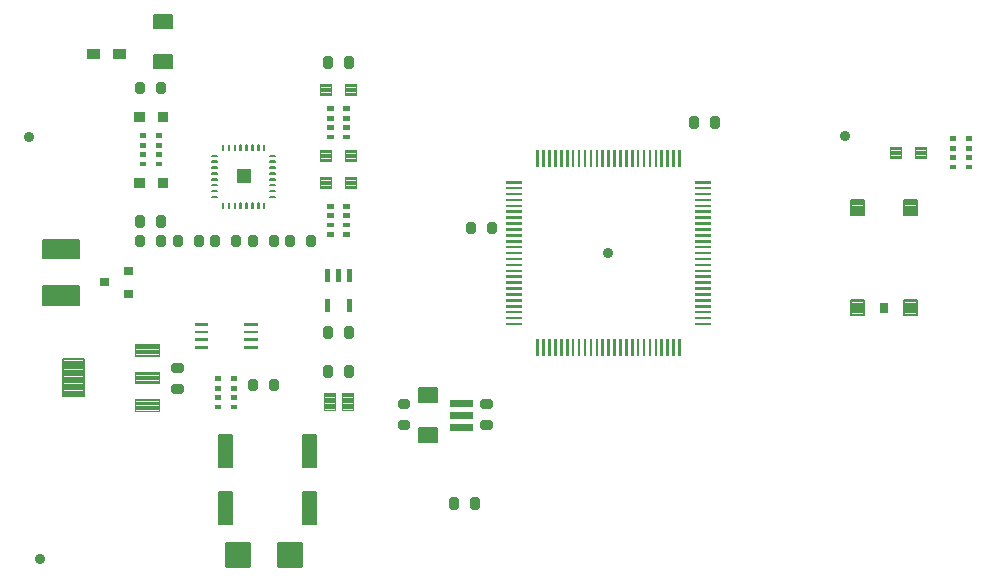
<source format=gtp>
G75*
G70*
%OFA0B0*%
%FSLAX24Y24*%
%IPPOS*%
%LPD*%
%AMOC8*
5,1,8,0,0,1.08239X$1,22.5*
%
%ADD10C,0.0050*%
%ADD11C,0.0043*%
%ADD12C,0.0085*%
%ADD13C,0.0360*%
%ADD14C,0.0043*%
%ADD15C,0.0078*%
%ADD16C,0.0251*%
%ADD17C,0.0027*%
%ADD18C,0.0067*%
%ADD19C,0.0035*%
%ADD20C,0.0041*%
%ADD21C,0.0056*%
%ADD22R,0.0500X0.0500*%
%ADD23C,0.0035*%
%ADD24C,0.0035*%
%ADD25C,0.0031*%
%ADD26C,0.0074*%
%ADD27R,0.0300X0.0350*%
%ADD28C,0.0032*%
D10*
X015653Y002667D02*
X015653Y003743D01*
X015653Y002667D02*
X015207Y002667D01*
X015207Y003743D01*
X015653Y003743D01*
X015653Y002716D02*
X015207Y002716D01*
X015207Y002765D02*
X015653Y002765D01*
X015653Y002814D02*
X015207Y002814D01*
X015207Y002863D02*
X015653Y002863D01*
X015653Y002912D02*
X015207Y002912D01*
X015207Y002961D02*
X015653Y002961D01*
X015653Y003010D02*
X015207Y003010D01*
X015207Y003059D02*
X015653Y003059D01*
X015653Y003108D02*
X015207Y003108D01*
X015207Y003157D02*
X015653Y003157D01*
X015653Y003206D02*
X015207Y003206D01*
X015207Y003255D02*
X015653Y003255D01*
X015653Y003304D02*
X015207Y003304D01*
X015207Y003353D02*
X015653Y003353D01*
X015653Y003402D02*
X015207Y003402D01*
X015207Y003451D02*
X015653Y003451D01*
X015653Y003500D02*
X015207Y003500D01*
X015207Y003549D02*
X015653Y003549D01*
X015653Y003598D02*
X015207Y003598D01*
X015207Y003647D02*
X015653Y003647D01*
X015653Y003696D02*
X015207Y003696D01*
X015653Y004557D02*
X015653Y005633D01*
X015653Y004557D02*
X015207Y004557D01*
X015207Y005633D01*
X015653Y005633D01*
X015653Y004606D02*
X015207Y004606D01*
X015207Y004655D02*
X015653Y004655D01*
X015653Y004704D02*
X015207Y004704D01*
X015207Y004753D02*
X015653Y004753D01*
X015653Y004802D02*
X015207Y004802D01*
X015207Y004851D02*
X015653Y004851D01*
X015653Y004900D02*
X015207Y004900D01*
X015207Y004949D02*
X015653Y004949D01*
X015653Y004998D02*
X015207Y004998D01*
X015207Y005047D02*
X015653Y005047D01*
X015653Y005096D02*
X015207Y005096D01*
X015207Y005145D02*
X015653Y005145D01*
X015653Y005194D02*
X015207Y005194D01*
X015207Y005243D02*
X015653Y005243D01*
X015653Y005292D02*
X015207Y005292D01*
X015207Y005341D02*
X015653Y005341D01*
X015653Y005390D02*
X015207Y005390D01*
X015207Y005439D02*
X015653Y005439D01*
X015653Y005488D02*
X015207Y005488D01*
X015207Y005537D02*
X015653Y005537D01*
X015653Y005586D02*
X015207Y005586D01*
X018453Y005633D02*
X018453Y004557D01*
X018007Y004557D01*
X018007Y005633D01*
X018453Y005633D01*
X018453Y004606D02*
X018007Y004606D01*
X018007Y004655D02*
X018453Y004655D01*
X018453Y004704D02*
X018007Y004704D01*
X018007Y004753D02*
X018453Y004753D01*
X018453Y004802D02*
X018007Y004802D01*
X018007Y004851D02*
X018453Y004851D01*
X018453Y004900D02*
X018007Y004900D01*
X018007Y004949D02*
X018453Y004949D01*
X018453Y004998D02*
X018007Y004998D01*
X018007Y005047D02*
X018453Y005047D01*
X018453Y005096D02*
X018007Y005096D01*
X018007Y005145D02*
X018453Y005145D01*
X018453Y005194D02*
X018007Y005194D01*
X018007Y005243D02*
X018453Y005243D01*
X018453Y005292D02*
X018007Y005292D01*
X018007Y005341D02*
X018453Y005341D01*
X018453Y005390D02*
X018007Y005390D01*
X018007Y005439D02*
X018453Y005439D01*
X018453Y005488D02*
X018007Y005488D01*
X018007Y005537D02*
X018453Y005537D01*
X018453Y005586D02*
X018007Y005586D01*
X022482Y005408D02*
X022482Y005854D01*
X022482Y005408D02*
X021878Y005408D01*
X021878Y005854D01*
X022482Y005854D01*
X022482Y005457D02*
X021878Y005457D01*
X021878Y005506D02*
X022482Y005506D01*
X022482Y005555D02*
X021878Y005555D01*
X021878Y005604D02*
X022482Y005604D01*
X022482Y005653D02*
X021878Y005653D01*
X021878Y005702D02*
X022482Y005702D01*
X022482Y005751D02*
X021878Y005751D01*
X021878Y005800D02*
X022482Y005800D01*
X022482Y005849D02*
X021878Y005849D01*
X022482Y006746D02*
X022482Y007192D01*
X022482Y006746D02*
X021878Y006746D01*
X021878Y007192D01*
X022482Y007192D01*
X022482Y006795D02*
X021878Y006795D01*
X021878Y006844D02*
X022482Y006844D01*
X022482Y006893D02*
X021878Y006893D01*
X021878Y006942D02*
X022482Y006942D01*
X022482Y006991D02*
X021878Y006991D01*
X021878Y007040D02*
X022482Y007040D01*
X022482Y007089D02*
X021878Y007089D01*
X021878Y007138D02*
X022482Y007138D01*
X022482Y007187D02*
X021878Y007187D01*
X018453Y003743D02*
X018453Y002667D01*
X018007Y002667D01*
X018007Y003743D01*
X018453Y003743D01*
X018453Y002716D02*
X018007Y002716D01*
X018007Y002765D02*
X018453Y002765D01*
X018453Y002814D02*
X018007Y002814D01*
X018007Y002863D02*
X018453Y002863D01*
X018453Y002912D02*
X018007Y002912D01*
X018007Y002961D02*
X018453Y002961D01*
X018453Y003010D02*
X018007Y003010D01*
X018007Y003059D02*
X018453Y003059D01*
X018453Y003108D02*
X018007Y003108D01*
X018007Y003157D02*
X018453Y003157D01*
X018453Y003206D02*
X018007Y003206D01*
X018007Y003255D02*
X018453Y003255D01*
X018453Y003304D02*
X018007Y003304D01*
X018007Y003353D02*
X018453Y003353D01*
X018453Y003402D02*
X018007Y003402D01*
X018007Y003451D02*
X018453Y003451D01*
X018453Y003500D02*
X018007Y003500D01*
X018007Y003549D02*
X018453Y003549D01*
X018453Y003598D02*
X018007Y003598D01*
X018007Y003647D02*
X018453Y003647D01*
X018453Y003696D02*
X018007Y003696D01*
X013632Y017858D02*
X013632Y018304D01*
X013632Y017858D02*
X013028Y017858D01*
X013028Y018304D01*
X013632Y018304D01*
X013632Y017907D02*
X013028Y017907D01*
X013028Y017956D02*
X013632Y017956D01*
X013632Y018005D02*
X013028Y018005D01*
X013028Y018054D02*
X013632Y018054D01*
X013632Y018103D02*
X013028Y018103D01*
X013028Y018152D02*
X013632Y018152D01*
X013632Y018201D02*
X013028Y018201D01*
X013028Y018250D02*
X013632Y018250D01*
X013632Y018299D02*
X013028Y018299D01*
X013632Y019196D02*
X013632Y019642D01*
X013632Y019196D02*
X013028Y019196D01*
X013028Y019642D01*
X013632Y019642D01*
X013632Y019245D02*
X013028Y019245D01*
X013028Y019294D02*
X013632Y019294D01*
X013632Y019343D02*
X013028Y019343D01*
X013028Y019392D02*
X013632Y019392D01*
X013632Y019441D02*
X013028Y019441D01*
X013028Y019490D02*
X013632Y019490D01*
X013632Y019539D02*
X013028Y019539D01*
X013028Y019588D02*
X013632Y019588D01*
X013632Y019637D02*
X013028Y019637D01*
D11*
X018957Y017341D02*
X018957Y016959D01*
X018575Y016959D01*
X018575Y017341D01*
X018957Y017341D01*
X018957Y017001D02*
X018575Y017001D01*
X018575Y017043D02*
X018957Y017043D01*
X018957Y017085D02*
X018575Y017085D01*
X018575Y017127D02*
X018957Y017127D01*
X018957Y017169D02*
X018575Y017169D01*
X018575Y017211D02*
X018957Y017211D01*
X018957Y017253D02*
X018575Y017253D01*
X018575Y017295D02*
X018957Y017295D01*
X018957Y017337D02*
X018575Y017337D01*
X019784Y017341D02*
X019784Y016959D01*
X019402Y016959D01*
X019402Y017341D01*
X019784Y017341D01*
X019784Y017001D02*
X019402Y017001D01*
X019402Y017043D02*
X019784Y017043D01*
X019784Y017085D02*
X019402Y017085D01*
X019402Y017127D02*
X019784Y017127D01*
X019784Y017169D02*
X019402Y017169D01*
X019402Y017211D02*
X019784Y017211D01*
X019784Y017253D02*
X019402Y017253D01*
X019402Y017295D02*
X019784Y017295D01*
X019784Y017337D02*
X019402Y017337D01*
X019784Y015141D02*
X019784Y014759D01*
X019402Y014759D01*
X019402Y015141D01*
X019784Y015141D01*
X019784Y014801D02*
X019402Y014801D01*
X019402Y014843D02*
X019784Y014843D01*
X019784Y014885D02*
X019402Y014885D01*
X019402Y014927D02*
X019784Y014927D01*
X019784Y014969D02*
X019402Y014969D01*
X019402Y015011D02*
X019784Y015011D01*
X019784Y015053D02*
X019402Y015053D01*
X019402Y015095D02*
X019784Y015095D01*
X019784Y015137D02*
X019402Y015137D01*
X018957Y015141D02*
X018957Y014759D01*
X018575Y014759D01*
X018575Y015141D01*
X018957Y015141D01*
X018957Y014801D02*
X018575Y014801D01*
X018575Y014843D02*
X018957Y014843D01*
X018957Y014885D02*
X018575Y014885D01*
X018575Y014927D02*
X018957Y014927D01*
X018957Y014969D02*
X018575Y014969D01*
X018575Y015011D02*
X018957Y015011D01*
X018957Y015053D02*
X018575Y015053D01*
X018575Y015095D02*
X018957Y015095D01*
X018957Y015137D02*
X018575Y015137D01*
X018957Y014241D02*
X018957Y013859D01*
X018575Y013859D01*
X018575Y014241D01*
X018957Y014241D01*
X018957Y013901D02*
X018575Y013901D01*
X018575Y013943D02*
X018957Y013943D01*
X018957Y013985D02*
X018575Y013985D01*
X018575Y014027D02*
X018957Y014027D01*
X018957Y014069D02*
X018575Y014069D01*
X018575Y014111D02*
X018957Y014111D01*
X018957Y014153D02*
X018575Y014153D01*
X018575Y014195D02*
X018957Y014195D01*
X018957Y014237D02*
X018575Y014237D01*
X019784Y014241D02*
X019784Y013859D01*
X019402Y013859D01*
X019402Y014241D01*
X019784Y014241D01*
X019784Y013901D02*
X019402Y013901D01*
X019402Y013943D02*
X019784Y013943D01*
X019784Y013985D02*
X019402Y013985D01*
X019402Y014027D02*
X019784Y014027D01*
X019784Y014069D02*
X019402Y014069D01*
X019402Y014111D02*
X019784Y014111D01*
X019784Y014153D02*
X019402Y014153D01*
X019402Y014195D02*
X019784Y014195D01*
X019784Y014237D02*
X019402Y014237D01*
X037957Y014859D02*
X037957Y015241D01*
X037957Y014859D02*
X037575Y014859D01*
X037575Y015241D01*
X037957Y015241D01*
X037957Y014901D02*
X037575Y014901D01*
X037575Y014943D02*
X037957Y014943D01*
X037957Y014985D02*
X037575Y014985D01*
X037575Y015027D02*
X037957Y015027D01*
X037957Y015069D02*
X037575Y015069D01*
X037575Y015111D02*
X037957Y015111D01*
X037957Y015153D02*
X037575Y015153D01*
X037575Y015195D02*
X037957Y015195D01*
X037957Y015237D02*
X037575Y015237D01*
X038784Y015241D02*
X038784Y014859D01*
X038402Y014859D01*
X038402Y015241D01*
X038784Y015241D01*
X038784Y014901D02*
X038402Y014901D01*
X038402Y014943D02*
X038784Y014943D01*
X038784Y014985D02*
X038402Y014985D01*
X038402Y015027D02*
X038784Y015027D01*
X038784Y015069D02*
X038402Y015069D01*
X038402Y015111D02*
X038784Y015111D01*
X038784Y015153D02*
X038402Y015153D01*
X038402Y015195D02*
X038784Y015195D01*
X038784Y015237D02*
X038402Y015237D01*
D12*
X017929Y002033D02*
X017163Y002033D01*
X017929Y002033D02*
X017929Y001267D01*
X017163Y001267D01*
X017163Y002033D01*
X017163Y001351D02*
X017929Y001351D01*
X017929Y001435D02*
X017163Y001435D01*
X017163Y001519D02*
X017929Y001519D01*
X017929Y001603D02*
X017163Y001603D01*
X017163Y001687D02*
X017929Y001687D01*
X017929Y001771D02*
X017163Y001771D01*
X017163Y001855D02*
X017929Y001855D01*
X017929Y001939D02*
X017163Y001939D01*
X017163Y002023D02*
X017929Y002023D01*
X016197Y002033D02*
X015431Y002033D01*
X016197Y002033D02*
X016197Y001267D01*
X015431Y001267D01*
X015431Y002033D01*
X015431Y001351D02*
X016197Y001351D01*
X016197Y001435D02*
X015431Y001435D01*
X015431Y001519D02*
X016197Y001519D01*
X016197Y001603D02*
X015431Y001603D01*
X015431Y001687D02*
X016197Y001687D01*
X016197Y001771D02*
X015431Y001771D01*
X015431Y001855D02*
X016197Y001855D01*
X016197Y001939D02*
X015431Y001939D01*
X015431Y002023D02*
X016197Y002023D01*
D13*
X009230Y001500D03*
X028180Y011710D03*
X036070Y015586D03*
X008880Y015550D03*
D14*
X013195Y008655D02*
X013195Y008265D01*
X012405Y008265D01*
X012405Y008655D01*
X013195Y008655D01*
X013195Y008307D02*
X012405Y008307D01*
X012405Y008349D02*
X013195Y008349D01*
X013195Y008391D02*
X012405Y008391D01*
X012405Y008433D02*
X013195Y008433D01*
X013195Y008475D02*
X012405Y008475D01*
X012405Y008517D02*
X013195Y008517D01*
X013195Y008559D02*
X012405Y008559D01*
X012405Y008601D02*
X013195Y008601D01*
X013195Y008643D02*
X012405Y008643D01*
X013195Y007745D02*
X013195Y007355D01*
X012405Y007355D01*
X012405Y007745D01*
X013195Y007745D01*
X013195Y007397D02*
X012405Y007397D01*
X012405Y007439D02*
X013195Y007439D01*
X013195Y007481D02*
X012405Y007481D01*
X012405Y007523D02*
X013195Y007523D01*
X013195Y007565D02*
X012405Y007565D01*
X012405Y007607D02*
X013195Y007607D01*
X013195Y007649D02*
X012405Y007649D01*
X012405Y007691D02*
X013195Y007691D01*
X013195Y007733D02*
X012405Y007733D01*
X013195Y006835D02*
X013195Y006445D01*
X012405Y006445D01*
X012405Y006835D01*
X013195Y006835D01*
X013195Y006487D02*
X012405Y006487D01*
X012405Y006529D02*
X013195Y006529D01*
X013195Y006571D02*
X012405Y006571D01*
X012405Y006613D02*
X013195Y006613D01*
X013195Y006655D02*
X012405Y006655D01*
X012405Y006697D02*
X013195Y006697D01*
X013195Y006739D02*
X012405Y006739D01*
X012405Y006781D02*
X013195Y006781D01*
X013195Y006823D02*
X012405Y006823D01*
D15*
X010711Y006924D02*
X010711Y008176D01*
X010711Y006924D02*
X010009Y006924D01*
X010009Y008176D01*
X010711Y008176D01*
X010711Y007001D02*
X010009Y007001D01*
X010009Y007078D02*
X010711Y007078D01*
X010711Y007155D02*
X010009Y007155D01*
X010009Y007232D02*
X010711Y007232D01*
X010711Y007309D02*
X010009Y007309D01*
X010009Y007386D02*
X010711Y007386D01*
X010711Y007463D02*
X010009Y007463D01*
X010009Y007540D02*
X010711Y007540D01*
X010711Y007617D02*
X010009Y007617D01*
X010009Y007694D02*
X010711Y007694D01*
X010711Y007771D02*
X010009Y007771D01*
X010009Y007848D02*
X010711Y007848D01*
X010711Y007925D02*
X010009Y007925D01*
X010009Y008002D02*
X010711Y008002D01*
X010711Y008079D02*
X010009Y008079D01*
X010009Y008156D02*
X010711Y008156D01*
D16*
X013759Y007818D02*
X013901Y007818D01*
X013759Y007818D02*
X013759Y007882D01*
X013901Y007882D01*
X013901Y007818D01*
X013901Y007118D02*
X013759Y007118D01*
X013759Y007182D01*
X013901Y007182D01*
X013901Y007118D01*
X016298Y007229D02*
X016298Y007371D01*
X016362Y007371D01*
X016362Y007229D01*
X016298Y007229D01*
X016998Y007229D02*
X016998Y007371D01*
X017062Y007371D01*
X017062Y007229D01*
X016998Y007229D01*
X018862Y007679D02*
X018862Y007821D01*
X018862Y007679D02*
X018798Y007679D01*
X018798Y007821D01*
X018862Y007821D01*
X019562Y007821D02*
X019562Y007679D01*
X019498Y007679D01*
X019498Y007821D01*
X019562Y007821D01*
X019562Y008979D02*
X019562Y009121D01*
X019562Y008979D02*
X019498Y008979D01*
X019498Y009121D01*
X019562Y009121D01*
X018862Y009121D02*
X018862Y008979D01*
X018798Y008979D01*
X018798Y009121D01*
X018862Y009121D01*
X021309Y006618D02*
X021451Y006618D01*
X021309Y006618D02*
X021309Y006682D01*
X021451Y006682D01*
X021451Y006618D01*
X021451Y005918D02*
X021309Y005918D01*
X021309Y005982D01*
X021451Y005982D01*
X021451Y005918D01*
X024201Y005982D02*
X024201Y005918D01*
X024059Y005918D01*
X024059Y005982D01*
X024201Y005982D01*
X024201Y006618D02*
X024201Y006682D01*
X024201Y006618D02*
X024059Y006618D01*
X024059Y006682D01*
X024201Y006682D01*
X023762Y003421D02*
X023762Y003279D01*
X023698Y003279D01*
X023698Y003421D01*
X023762Y003421D01*
X023062Y003421D02*
X023062Y003279D01*
X022998Y003279D01*
X022998Y003421D01*
X023062Y003421D01*
X018312Y012029D02*
X018312Y012171D01*
X018312Y012029D02*
X018248Y012029D01*
X018248Y012171D01*
X018312Y012171D01*
X017612Y012171D02*
X017612Y012029D01*
X017548Y012029D01*
X017548Y012171D01*
X017612Y012171D01*
X017062Y012171D02*
X017062Y012029D01*
X016998Y012029D01*
X016998Y012171D01*
X017062Y012171D01*
X016362Y012171D02*
X016362Y012029D01*
X016298Y012029D01*
X016298Y012171D01*
X016362Y012171D01*
X015812Y012029D02*
X015748Y012029D01*
X015748Y012171D01*
X015812Y012171D01*
X015812Y012029D01*
X015112Y012029D02*
X015048Y012029D01*
X015048Y012171D01*
X015112Y012171D01*
X015112Y012029D01*
X014498Y012029D02*
X014498Y012171D01*
X014562Y012171D01*
X014562Y012029D01*
X014498Y012029D01*
X013798Y012029D02*
X013798Y012171D01*
X013862Y012171D01*
X013862Y012029D01*
X013798Y012029D01*
X013248Y012029D02*
X013248Y012171D01*
X013312Y012171D01*
X013312Y012029D01*
X013248Y012029D01*
X012548Y012029D02*
X012548Y012171D01*
X012612Y012171D01*
X012612Y012029D01*
X012548Y012029D01*
X012548Y012679D02*
X012548Y012821D01*
X012612Y012821D01*
X012612Y012679D01*
X012548Y012679D01*
X013248Y012679D02*
X013248Y012821D01*
X013312Y012821D01*
X013312Y012679D01*
X013248Y012679D01*
X013248Y017129D02*
X013248Y017271D01*
X013312Y017271D01*
X013312Y017129D01*
X013248Y017129D01*
X012548Y017129D02*
X012548Y017271D01*
X012612Y017271D01*
X012612Y017129D01*
X012548Y017129D01*
X018862Y017979D02*
X018862Y018121D01*
X018862Y017979D02*
X018798Y017979D01*
X018798Y018121D01*
X018862Y018121D01*
X019562Y018121D02*
X019562Y017979D01*
X019498Y017979D01*
X019498Y018121D01*
X019562Y018121D01*
X023564Y012597D02*
X023564Y012455D01*
X023564Y012597D02*
X023628Y012597D01*
X023628Y012455D01*
X023564Y012455D01*
X024264Y012455D02*
X024264Y012597D01*
X024328Y012597D01*
X024328Y012455D01*
X024264Y012455D01*
X031062Y015979D02*
X031062Y016121D01*
X031062Y015979D02*
X030998Y015979D01*
X030998Y016121D01*
X031062Y016121D01*
X031762Y016121D02*
X031762Y015979D01*
X031698Y015979D01*
X031698Y016121D01*
X031762Y016121D01*
D17*
X030568Y014598D02*
X030516Y014598D01*
X030516Y015122D01*
X030568Y015122D01*
X030568Y014598D01*
X030568Y014624D02*
X030516Y014624D01*
X030516Y014650D02*
X030568Y014650D01*
X030568Y014676D02*
X030516Y014676D01*
X030516Y014702D02*
X030568Y014702D01*
X030568Y014728D02*
X030516Y014728D01*
X030516Y014754D02*
X030568Y014754D01*
X030568Y014780D02*
X030516Y014780D01*
X030516Y014806D02*
X030568Y014806D01*
X030568Y014832D02*
X030516Y014832D01*
X030516Y014858D02*
X030568Y014858D01*
X030568Y014884D02*
X030516Y014884D01*
X030516Y014910D02*
X030568Y014910D01*
X030568Y014936D02*
X030516Y014936D01*
X030516Y014962D02*
X030568Y014962D01*
X030568Y014988D02*
X030516Y014988D01*
X030516Y015014D02*
X030568Y015014D01*
X030568Y015040D02*
X030516Y015040D01*
X030516Y015066D02*
X030568Y015066D01*
X030568Y015092D02*
X030516Y015092D01*
X030516Y015118D02*
X030568Y015118D01*
X030371Y014598D02*
X030319Y014598D01*
X030319Y015122D01*
X030371Y015122D01*
X030371Y014598D01*
X030371Y014624D02*
X030319Y014624D01*
X030319Y014650D02*
X030371Y014650D01*
X030371Y014676D02*
X030319Y014676D01*
X030319Y014702D02*
X030371Y014702D01*
X030371Y014728D02*
X030319Y014728D01*
X030319Y014754D02*
X030371Y014754D01*
X030371Y014780D02*
X030319Y014780D01*
X030319Y014806D02*
X030371Y014806D01*
X030371Y014832D02*
X030319Y014832D01*
X030319Y014858D02*
X030371Y014858D01*
X030371Y014884D02*
X030319Y014884D01*
X030319Y014910D02*
X030371Y014910D01*
X030371Y014936D02*
X030319Y014936D01*
X030319Y014962D02*
X030371Y014962D01*
X030371Y014988D02*
X030319Y014988D01*
X030319Y015014D02*
X030371Y015014D01*
X030371Y015040D02*
X030319Y015040D01*
X030319Y015066D02*
X030371Y015066D01*
X030371Y015092D02*
X030319Y015092D01*
X030319Y015118D02*
X030371Y015118D01*
X030174Y014598D02*
X030122Y014598D01*
X030122Y015122D01*
X030174Y015122D01*
X030174Y014598D01*
X030174Y014624D02*
X030122Y014624D01*
X030122Y014650D02*
X030174Y014650D01*
X030174Y014676D02*
X030122Y014676D01*
X030122Y014702D02*
X030174Y014702D01*
X030174Y014728D02*
X030122Y014728D01*
X030122Y014754D02*
X030174Y014754D01*
X030174Y014780D02*
X030122Y014780D01*
X030122Y014806D02*
X030174Y014806D01*
X030174Y014832D02*
X030122Y014832D01*
X030122Y014858D02*
X030174Y014858D01*
X030174Y014884D02*
X030122Y014884D01*
X030122Y014910D02*
X030174Y014910D01*
X030174Y014936D02*
X030122Y014936D01*
X030122Y014962D02*
X030174Y014962D01*
X030174Y014988D02*
X030122Y014988D01*
X030122Y015014D02*
X030174Y015014D01*
X030174Y015040D02*
X030122Y015040D01*
X030122Y015066D02*
X030174Y015066D01*
X030174Y015092D02*
X030122Y015092D01*
X030122Y015118D02*
X030174Y015118D01*
X029977Y014598D02*
X029925Y014598D01*
X029925Y015122D01*
X029977Y015122D01*
X029977Y014598D01*
X029977Y014624D02*
X029925Y014624D01*
X029925Y014650D02*
X029977Y014650D01*
X029977Y014676D02*
X029925Y014676D01*
X029925Y014702D02*
X029977Y014702D01*
X029977Y014728D02*
X029925Y014728D01*
X029925Y014754D02*
X029977Y014754D01*
X029977Y014780D02*
X029925Y014780D01*
X029925Y014806D02*
X029977Y014806D01*
X029977Y014832D02*
X029925Y014832D01*
X029925Y014858D02*
X029977Y014858D01*
X029977Y014884D02*
X029925Y014884D01*
X029925Y014910D02*
X029977Y014910D01*
X029977Y014936D02*
X029925Y014936D01*
X029925Y014962D02*
X029977Y014962D01*
X029977Y014988D02*
X029925Y014988D01*
X029925Y015014D02*
X029977Y015014D01*
X029977Y015040D02*
X029925Y015040D01*
X029925Y015066D02*
X029977Y015066D01*
X029977Y015092D02*
X029925Y015092D01*
X029925Y015118D02*
X029977Y015118D01*
X029781Y014598D02*
X029729Y014598D01*
X029729Y015122D01*
X029781Y015122D01*
X029781Y014598D01*
X029781Y014624D02*
X029729Y014624D01*
X029729Y014650D02*
X029781Y014650D01*
X029781Y014676D02*
X029729Y014676D01*
X029729Y014702D02*
X029781Y014702D01*
X029781Y014728D02*
X029729Y014728D01*
X029729Y014754D02*
X029781Y014754D01*
X029781Y014780D02*
X029729Y014780D01*
X029729Y014806D02*
X029781Y014806D01*
X029781Y014832D02*
X029729Y014832D01*
X029729Y014858D02*
X029781Y014858D01*
X029781Y014884D02*
X029729Y014884D01*
X029729Y014910D02*
X029781Y014910D01*
X029781Y014936D02*
X029729Y014936D01*
X029729Y014962D02*
X029781Y014962D01*
X029781Y014988D02*
X029729Y014988D01*
X029729Y015014D02*
X029781Y015014D01*
X029781Y015040D02*
X029729Y015040D01*
X029729Y015066D02*
X029781Y015066D01*
X029781Y015092D02*
X029729Y015092D01*
X029729Y015118D02*
X029781Y015118D01*
X029584Y014598D02*
X029532Y014598D01*
X029532Y015122D01*
X029584Y015122D01*
X029584Y014598D01*
X029584Y014624D02*
X029532Y014624D01*
X029532Y014650D02*
X029584Y014650D01*
X029584Y014676D02*
X029532Y014676D01*
X029532Y014702D02*
X029584Y014702D01*
X029584Y014728D02*
X029532Y014728D01*
X029532Y014754D02*
X029584Y014754D01*
X029584Y014780D02*
X029532Y014780D01*
X029532Y014806D02*
X029584Y014806D01*
X029584Y014832D02*
X029532Y014832D01*
X029532Y014858D02*
X029584Y014858D01*
X029584Y014884D02*
X029532Y014884D01*
X029532Y014910D02*
X029584Y014910D01*
X029584Y014936D02*
X029532Y014936D01*
X029532Y014962D02*
X029584Y014962D01*
X029584Y014988D02*
X029532Y014988D01*
X029532Y015014D02*
X029584Y015014D01*
X029584Y015040D02*
X029532Y015040D01*
X029532Y015066D02*
X029584Y015066D01*
X029584Y015092D02*
X029532Y015092D01*
X029532Y015118D02*
X029584Y015118D01*
X029387Y014598D02*
X029335Y014598D01*
X029335Y015122D01*
X029387Y015122D01*
X029387Y014598D01*
X029387Y014624D02*
X029335Y014624D01*
X029335Y014650D02*
X029387Y014650D01*
X029387Y014676D02*
X029335Y014676D01*
X029335Y014702D02*
X029387Y014702D01*
X029387Y014728D02*
X029335Y014728D01*
X029335Y014754D02*
X029387Y014754D01*
X029387Y014780D02*
X029335Y014780D01*
X029335Y014806D02*
X029387Y014806D01*
X029387Y014832D02*
X029335Y014832D01*
X029335Y014858D02*
X029387Y014858D01*
X029387Y014884D02*
X029335Y014884D01*
X029335Y014910D02*
X029387Y014910D01*
X029387Y014936D02*
X029335Y014936D01*
X029335Y014962D02*
X029387Y014962D01*
X029387Y014988D02*
X029335Y014988D01*
X029335Y015014D02*
X029387Y015014D01*
X029387Y015040D02*
X029335Y015040D01*
X029335Y015066D02*
X029387Y015066D01*
X029387Y015092D02*
X029335Y015092D01*
X029335Y015118D02*
X029387Y015118D01*
X029190Y014598D02*
X029138Y014598D01*
X029138Y015122D01*
X029190Y015122D01*
X029190Y014598D01*
X029190Y014624D02*
X029138Y014624D01*
X029138Y014650D02*
X029190Y014650D01*
X029190Y014676D02*
X029138Y014676D01*
X029138Y014702D02*
X029190Y014702D01*
X029190Y014728D02*
X029138Y014728D01*
X029138Y014754D02*
X029190Y014754D01*
X029190Y014780D02*
X029138Y014780D01*
X029138Y014806D02*
X029190Y014806D01*
X029190Y014832D02*
X029138Y014832D01*
X029138Y014858D02*
X029190Y014858D01*
X029190Y014884D02*
X029138Y014884D01*
X029138Y014910D02*
X029190Y014910D01*
X029190Y014936D02*
X029138Y014936D01*
X029138Y014962D02*
X029190Y014962D01*
X029190Y014988D02*
X029138Y014988D01*
X029138Y015014D02*
X029190Y015014D01*
X029190Y015040D02*
X029138Y015040D01*
X029138Y015066D02*
X029190Y015066D01*
X029190Y015092D02*
X029138Y015092D01*
X029138Y015118D02*
X029190Y015118D01*
X028993Y014598D02*
X028941Y014598D01*
X028941Y015122D01*
X028993Y015122D01*
X028993Y014598D01*
X028993Y014624D02*
X028941Y014624D01*
X028941Y014650D02*
X028993Y014650D01*
X028993Y014676D02*
X028941Y014676D01*
X028941Y014702D02*
X028993Y014702D01*
X028993Y014728D02*
X028941Y014728D01*
X028941Y014754D02*
X028993Y014754D01*
X028993Y014780D02*
X028941Y014780D01*
X028941Y014806D02*
X028993Y014806D01*
X028993Y014832D02*
X028941Y014832D01*
X028941Y014858D02*
X028993Y014858D01*
X028993Y014884D02*
X028941Y014884D01*
X028941Y014910D02*
X028993Y014910D01*
X028993Y014936D02*
X028941Y014936D01*
X028941Y014962D02*
X028993Y014962D01*
X028993Y014988D02*
X028941Y014988D01*
X028941Y015014D02*
X028993Y015014D01*
X028993Y015040D02*
X028941Y015040D01*
X028941Y015066D02*
X028993Y015066D01*
X028993Y015092D02*
X028941Y015092D01*
X028941Y015118D02*
X028993Y015118D01*
X028796Y014598D02*
X028744Y014598D01*
X028744Y015122D01*
X028796Y015122D01*
X028796Y014598D01*
X028796Y014624D02*
X028744Y014624D01*
X028744Y014650D02*
X028796Y014650D01*
X028796Y014676D02*
X028744Y014676D01*
X028744Y014702D02*
X028796Y014702D01*
X028796Y014728D02*
X028744Y014728D01*
X028744Y014754D02*
X028796Y014754D01*
X028796Y014780D02*
X028744Y014780D01*
X028744Y014806D02*
X028796Y014806D01*
X028796Y014832D02*
X028744Y014832D01*
X028744Y014858D02*
X028796Y014858D01*
X028796Y014884D02*
X028744Y014884D01*
X028744Y014910D02*
X028796Y014910D01*
X028796Y014936D02*
X028744Y014936D01*
X028744Y014962D02*
X028796Y014962D01*
X028796Y014988D02*
X028744Y014988D01*
X028744Y015014D02*
X028796Y015014D01*
X028796Y015040D02*
X028744Y015040D01*
X028744Y015066D02*
X028796Y015066D01*
X028796Y015092D02*
X028744Y015092D01*
X028744Y015118D02*
X028796Y015118D01*
X028600Y014598D02*
X028548Y014598D01*
X028548Y015122D01*
X028600Y015122D01*
X028600Y014598D01*
X028600Y014624D02*
X028548Y014624D01*
X028548Y014650D02*
X028600Y014650D01*
X028600Y014676D02*
X028548Y014676D01*
X028548Y014702D02*
X028600Y014702D01*
X028600Y014728D02*
X028548Y014728D01*
X028548Y014754D02*
X028600Y014754D01*
X028600Y014780D02*
X028548Y014780D01*
X028548Y014806D02*
X028600Y014806D01*
X028600Y014832D02*
X028548Y014832D01*
X028548Y014858D02*
X028600Y014858D01*
X028600Y014884D02*
X028548Y014884D01*
X028548Y014910D02*
X028600Y014910D01*
X028600Y014936D02*
X028548Y014936D01*
X028548Y014962D02*
X028600Y014962D01*
X028600Y014988D02*
X028548Y014988D01*
X028548Y015014D02*
X028600Y015014D01*
X028600Y015040D02*
X028548Y015040D01*
X028548Y015066D02*
X028600Y015066D01*
X028600Y015092D02*
X028548Y015092D01*
X028548Y015118D02*
X028600Y015118D01*
X028403Y014598D02*
X028351Y014598D01*
X028351Y015122D01*
X028403Y015122D01*
X028403Y014598D01*
X028403Y014624D02*
X028351Y014624D01*
X028351Y014650D02*
X028403Y014650D01*
X028403Y014676D02*
X028351Y014676D01*
X028351Y014702D02*
X028403Y014702D01*
X028403Y014728D02*
X028351Y014728D01*
X028351Y014754D02*
X028403Y014754D01*
X028403Y014780D02*
X028351Y014780D01*
X028351Y014806D02*
X028403Y014806D01*
X028403Y014832D02*
X028351Y014832D01*
X028351Y014858D02*
X028403Y014858D01*
X028403Y014884D02*
X028351Y014884D01*
X028351Y014910D02*
X028403Y014910D01*
X028403Y014936D02*
X028351Y014936D01*
X028351Y014962D02*
X028403Y014962D01*
X028403Y014988D02*
X028351Y014988D01*
X028351Y015014D02*
X028403Y015014D01*
X028403Y015040D02*
X028351Y015040D01*
X028351Y015066D02*
X028403Y015066D01*
X028403Y015092D02*
X028351Y015092D01*
X028351Y015118D02*
X028403Y015118D01*
X028206Y014598D02*
X028154Y014598D01*
X028154Y015122D01*
X028206Y015122D01*
X028206Y014598D01*
X028206Y014624D02*
X028154Y014624D01*
X028154Y014650D02*
X028206Y014650D01*
X028206Y014676D02*
X028154Y014676D01*
X028154Y014702D02*
X028206Y014702D01*
X028206Y014728D02*
X028154Y014728D01*
X028154Y014754D02*
X028206Y014754D01*
X028206Y014780D02*
X028154Y014780D01*
X028154Y014806D02*
X028206Y014806D01*
X028206Y014832D02*
X028154Y014832D01*
X028154Y014858D02*
X028206Y014858D01*
X028206Y014884D02*
X028154Y014884D01*
X028154Y014910D02*
X028206Y014910D01*
X028206Y014936D02*
X028154Y014936D01*
X028154Y014962D02*
X028206Y014962D01*
X028206Y014988D02*
X028154Y014988D01*
X028154Y015014D02*
X028206Y015014D01*
X028206Y015040D02*
X028154Y015040D01*
X028154Y015066D02*
X028206Y015066D01*
X028206Y015092D02*
X028154Y015092D01*
X028154Y015118D02*
X028206Y015118D01*
X028009Y014598D02*
X027957Y014598D01*
X027957Y015122D01*
X028009Y015122D01*
X028009Y014598D01*
X028009Y014624D02*
X027957Y014624D01*
X027957Y014650D02*
X028009Y014650D01*
X028009Y014676D02*
X027957Y014676D01*
X027957Y014702D02*
X028009Y014702D01*
X028009Y014728D02*
X027957Y014728D01*
X027957Y014754D02*
X028009Y014754D01*
X028009Y014780D02*
X027957Y014780D01*
X027957Y014806D02*
X028009Y014806D01*
X028009Y014832D02*
X027957Y014832D01*
X027957Y014858D02*
X028009Y014858D01*
X028009Y014884D02*
X027957Y014884D01*
X027957Y014910D02*
X028009Y014910D01*
X028009Y014936D02*
X027957Y014936D01*
X027957Y014962D02*
X028009Y014962D01*
X028009Y014988D02*
X027957Y014988D01*
X027957Y015014D02*
X028009Y015014D01*
X028009Y015040D02*
X027957Y015040D01*
X027957Y015066D02*
X028009Y015066D01*
X028009Y015092D02*
X027957Y015092D01*
X027957Y015118D02*
X028009Y015118D01*
X027812Y014598D02*
X027760Y014598D01*
X027760Y015122D01*
X027812Y015122D01*
X027812Y014598D01*
X027812Y014624D02*
X027760Y014624D01*
X027760Y014650D02*
X027812Y014650D01*
X027812Y014676D02*
X027760Y014676D01*
X027760Y014702D02*
X027812Y014702D01*
X027812Y014728D02*
X027760Y014728D01*
X027760Y014754D02*
X027812Y014754D01*
X027812Y014780D02*
X027760Y014780D01*
X027760Y014806D02*
X027812Y014806D01*
X027812Y014832D02*
X027760Y014832D01*
X027760Y014858D02*
X027812Y014858D01*
X027812Y014884D02*
X027760Y014884D01*
X027760Y014910D02*
X027812Y014910D01*
X027812Y014936D02*
X027760Y014936D01*
X027760Y014962D02*
X027812Y014962D01*
X027812Y014988D02*
X027760Y014988D01*
X027760Y015014D02*
X027812Y015014D01*
X027812Y015040D02*
X027760Y015040D01*
X027760Y015066D02*
X027812Y015066D01*
X027812Y015092D02*
X027760Y015092D01*
X027760Y015118D02*
X027812Y015118D01*
X027615Y014598D02*
X027563Y014598D01*
X027563Y015122D01*
X027615Y015122D01*
X027615Y014598D01*
X027615Y014624D02*
X027563Y014624D01*
X027563Y014650D02*
X027615Y014650D01*
X027615Y014676D02*
X027563Y014676D01*
X027563Y014702D02*
X027615Y014702D01*
X027615Y014728D02*
X027563Y014728D01*
X027563Y014754D02*
X027615Y014754D01*
X027615Y014780D02*
X027563Y014780D01*
X027563Y014806D02*
X027615Y014806D01*
X027615Y014832D02*
X027563Y014832D01*
X027563Y014858D02*
X027615Y014858D01*
X027615Y014884D02*
X027563Y014884D01*
X027563Y014910D02*
X027615Y014910D01*
X027615Y014936D02*
X027563Y014936D01*
X027563Y014962D02*
X027615Y014962D01*
X027615Y014988D02*
X027563Y014988D01*
X027563Y015014D02*
X027615Y015014D01*
X027615Y015040D02*
X027563Y015040D01*
X027563Y015066D02*
X027615Y015066D01*
X027615Y015092D02*
X027563Y015092D01*
X027563Y015118D02*
X027615Y015118D01*
X027418Y014598D02*
X027366Y014598D01*
X027366Y015122D01*
X027418Y015122D01*
X027418Y014598D01*
X027418Y014624D02*
X027366Y014624D01*
X027366Y014650D02*
X027418Y014650D01*
X027418Y014676D02*
X027366Y014676D01*
X027366Y014702D02*
X027418Y014702D01*
X027418Y014728D02*
X027366Y014728D01*
X027366Y014754D02*
X027418Y014754D01*
X027418Y014780D02*
X027366Y014780D01*
X027366Y014806D02*
X027418Y014806D01*
X027418Y014832D02*
X027366Y014832D01*
X027366Y014858D02*
X027418Y014858D01*
X027418Y014884D02*
X027366Y014884D01*
X027366Y014910D02*
X027418Y014910D01*
X027418Y014936D02*
X027366Y014936D01*
X027366Y014962D02*
X027418Y014962D01*
X027418Y014988D02*
X027366Y014988D01*
X027366Y015014D02*
X027418Y015014D01*
X027418Y015040D02*
X027366Y015040D01*
X027366Y015066D02*
X027418Y015066D01*
X027418Y015092D02*
X027366Y015092D01*
X027366Y015118D02*
X027418Y015118D01*
X027222Y014598D02*
X027170Y014598D01*
X027170Y015122D01*
X027222Y015122D01*
X027222Y014598D01*
X027222Y014624D02*
X027170Y014624D01*
X027170Y014650D02*
X027222Y014650D01*
X027222Y014676D02*
X027170Y014676D01*
X027170Y014702D02*
X027222Y014702D01*
X027222Y014728D02*
X027170Y014728D01*
X027170Y014754D02*
X027222Y014754D01*
X027222Y014780D02*
X027170Y014780D01*
X027170Y014806D02*
X027222Y014806D01*
X027222Y014832D02*
X027170Y014832D01*
X027170Y014858D02*
X027222Y014858D01*
X027222Y014884D02*
X027170Y014884D01*
X027170Y014910D02*
X027222Y014910D01*
X027222Y014936D02*
X027170Y014936D01*
X027170Y014962D02*
X027222Y014962D01*
X027222Y014988D02*
X027170Y014988D01*
X027170Y015014D02*
X027222Y015014D01*
X027222Y015040D02*
X027170Y015040D01*
X027170Y015066D02*
X027222Y015066D01*
X027222Y015092D02*
X027170Y015092D01*
X027170Y015118D02*
X027222Y015118D01*
X027025Y014598D02*
X026973Y014598D01*
X026973Y015122D01*
X027025Y015122D01*
X027025Y014598D01*
X027025Y014624D02*
X026973Y014624D01*
X026973Y014650D02*
X027025Y014650D01*
X027025Y014676D02*
X026973Y014676D01*
X026973Y014702D02*
X027025Y014702D01*
X027025Y014728D02*
X026973Y014728D01*
X026973Y014754D02*
X027025Y014754D01*
X027025Y014780D02*
X026973Y014780D01*
X026973Y014806D02*
X027025Y014806D01*
X027025Y014832D02*
X026973Y014832D01*
X026973Y014858D02*
X027025Y014858D01*
X027025Y014884D02*
X026973Y014884D01*
X026973Y014910D02*
X027025Y014910D01*
X027025Y014936D02*
X026973Y014936D01*
X026973Y014962D02*
X027025Y014962D01*
X027025Y014988D02*
X026973Y014988D01*
X026973Y015014D02*
X027025Y015014D01*
X027025Y015040D02*
X026973Y015040D01*
X026973Y015066D02*
X027025Y015066D01*
X027025Y015092D02*
X026973Y015092D01*
X026973Y015118D02*
X027025Y015118D01*
X026828Y014598D02*
X026776Y014598D01*
X026776Y015122D01*
X026828Y015122D01*
X026828Y014598D01*
X026828Y014624D02*
X026776Y014624D01*
X026776Y014650D02*
X026828Y014650D01*
X026828Y014676D02*
X026776Y014676D01*
X026776Y014702D02*
X026828Y014702D01*
X026828Y014728D02*
X026776Y014728D01*
X026776Y014754D02*
X026828Y014754D01*
X026828Y014780D02*
X026776Y014780D01*
X026776Y014806D02*
X026828Y014806D01*
X026828Y014832D02*
X026776Y014832D01*
X026776Y014858D02*
X026828Y014858D01*
X026828Y014884D02*
X026776Y014884D01*
X026776Y014910D02*
X026828Y014910D01*
X026828Y014936D02*
X026776Y014936D01*
X026776Y014962D02*
X026828Y014962D01*
X026828Y014988D02*
X026776Y014988D01*
X026776Y015014D02*
X026828Y015014D01*
X026828Y015040D02*
X026776Y015040D01*
X026776Y015066D02*
X026828Y015066D01*
X026828Y015092D02*
X026776Y015092D01*
X026776Y015118D02*
X026828Y015118D01*
X026631Y014598D02*
X026579Y014598D01*
X026579Y015122D01*
X026631Y015122D01*
X026631Y014598D01*
X026631Y014624D02*
X026579Y014624D01*
X026579Y014650D02*
X026631Y014650D01*
X026631Y014676D02*
X026579Y014676D01*
X026579Y014702D02*
X026631Y014702D01*
X026631Y014728D02*
X026579Y014728D01*
X026579Y014754D02*
X026631Y014754D01*
X026631Y014780D02*
X026579Y014780D01*
X026579Y014806D02*
X026631Y014806D01*
X026631Y014832D02*
X026579Y014832D01*
X026579Y014858D02*
X026631Y014858D01*
X026631Y014884D02*
X026579Y014884D01*
X026579Y014910D02*
X026631Y014910D01*
X026631Y014936D02*
X026579Y014936D01*
X026579Y014962D02*
X026631Y014962D01*
X026631Y014988D02*
X026579Y014988D01*
X026579Y015014D02*
X026631Y015014D01*
X026631Y015040D02*
X026579Y015040D01*
X026579Y015066D02*
X026631Y015066D01*
X026631Y015092D02*
X026579Y015092D01*
X026579Y015118D02*
X026631Y015118D01*
X026434Y014598D02*
X026382Y014598D01*
X026382Y015122D01*
X026434Y015122D01*
X026434Y014598D01*
X026434Y014624D02*
X026382Y014624D01*
X026382Y014650D02*
X026434Y014650D01*
X026434Y014676D02*
X026382Y014676D01*
X026382Y014702D02*
X026434Y014702D01*
X026434Y014728D02*
X026382Y014728D01*
X026382Y014754D02*
X026434Y014754D01*
X026434Y014780D02*
X026382Y014780D01*
X026382Y014806D02*
X026434Y014806D01*
X026434Y014832D02*
X026382Y014832D01*
X026382Y014858D02*
X026434Y014858D01*
X026434Y014884D02*
X026382Y014884D01*
X026382Y014910D02*
X026434Y014910D01*
X026434Y014936D02*
X026382Y014936D01*
X026382Y014962D02*
X026434Y014962D01*
X026434Y014988D02*
X026382Y014988D01*
X026382Y015014D02*
X026434Y015014D01*
X026434Y015040D02*
X026382Y015040D01*
X026382Y015066D02*
X026434Y015066D01*
X026434Y015092D02*
X026382Y015092D01*
X026382Y015118D02*
X026434Y015118D01*
X026237Y014598D02*
X026185Y014598D01*
X026185Y015122D01*
X026237Y015122D01*
X026237Y014598D01*
X026237Y014624D02*
X026185Y014624D01*
X026185Y014650D02*
X026237Y014650D01*
X026237Y014676D02*
X026185Y014676D01*
X026185Y014702D02*
X026237Y014702D01*
X026237Y014728D02*
X026185Y014728D01*
X026185Y014754D02*
X026237Y014754D01*
X026237Y014780D02*
X026185Y014780D01*
X026185Y014806D02*
X026237Y014806D01*
X026237Y014832D02*
X026185Y014832D01*
X026185Y014858D02*
X026237Y014858D01*
X026237Y014884D02*
X026185Y014884D01*
X026185Y014910D02*
X026237Y014910D01*
X026237Y014936D02*
X026185Y014936D01*
X026185Y014962D02*
X026237Y014962D01*
X026237Y014988D02*
X026185Y014988D01*
X026185Y015014D02*
X026237Y015014D01*
X026237Y015040D02*
X026185Y015040D01*
X026185Y015066D02*
X026237Y015066D01*
X026237Y015092D02*
X026185Y015092D01*
X026185Y015118D02*
X026237Y015118D01*
X026040Y014598D02*
X025988Y014598D01*
X025988Y015122D01*
X026040Y015122D01*
X026040Y014598D01*
X026040Y014624D02*
X025988Y014624D01*
X025988Y014650D02*
X026040Y014650D01*
X026040Y014676D02*
X025988Y014676D01*
X025988Y014702D02*
X026040Y014702D01*
X026040Y014728D02*
X025988Y014728D01*
X025988Y014754D02*
X026040Y014754D01*
X026040Y014780D02*
X025988Y014780D01*
X025988Y014806D02*
X026040Y014806D01*
X026040Y014832D02*
X025988Y014832D01*
X025988Y014858D02*
X026040Y014858D01*
X026040Y014884D02*
X025988Y014884D01*
X025988Y014910D02*
X026040Y014910D01*
X026040Y014936D02*
X025988Y014936D01*
X025988Y014962D02*
X026040Y014962D01*
X026040Y014988D02*
X025988Y014988D01*
X025988Y015014D02*
X026040Y015014D01*
X026040Y015040D02*
X025988Y015040D01*
X025988Y015066D02*
X026040Y015066D01*
X026040Y015092D02*
X025988Y015092D01*
X025988Y015118D02*
X026040Y015118D01*
X025844Y014598D02*
X025792Y014598D01*
X025792Y015122D01*
X025844Y015122D01*
X025844Y014598D01*
X025844Y014624D02*
X025792Y014624D01*
X025792Y014650D02*
X025844Y014650D01*
X025844Y014676D02*
X025792Y014676D01*
X025792Y014702D02*
X025844Y014702D01*
X025844Y014728D02*
X025792Y014728D01*
X025792Y014754D02*
X025844Y014754D01*
X025844Y014780D02*
X025792Y014780D01*
X025792Y014806D02*
X025844Y014806D01*
X025844Y014832D02*
X025792Y014832D01*
X025792Y014858D02*
X025844Y014858D01*
X025844Y014884D02*
X025792Y014884D01*
X025792Y014910D02*
X025844Y014910D01*
X025844Y014936D02*
X025792Y014936D01*
X025792Y014962D02*
X025844Y014962D01*
X025844Y014988D02*
X025792Y014988D01*
X025792Y015014D02*
X025844Y015014D01*
X025844Y015040D02*
X025792Y015040D01*
X025792Y015066D02*
X025844Y015066D01*
X025844Y015092D02*
X025792Y015092D01*
X025792Y015118D02*
X025844Y015118D01*
X025292Y014046D02*
X024768Y014046D01*
X024768Y014098D01*
X025292Y014098D01*
X025292Y014046D01*
X025292Y014072D02*
X024768Y014072D01*
X024768Y014098D02*
X025292Y014098D01*
X025292Y013849D02*
X024768Y013849D01*
X024768Y013901D01*
X025292Y013901D01*
X025292Y013849D01*
X025292Y013875D02*
X024768Y013875D01*
X024768Y013901D02*
X025292Y013901D01*
X025292Y013653D02*
X024768Y013653D01*
X024768Y013705D01*
X025292Y013705D01*
X025292Y013653D01*
X025292Y013679D02*
X024768Y013679D01*
X024768Y013705D02*
X025292Y013705D01*
X025292Y013456D02*
X024768Y013456D01*
X024768Y013508D01*
X025292Y013508D01*
X025292Y013456D01*
X025292Y013482D02*
X024768Y013482D01*
X024768Y013508D02*
X025292Y013508D01*
X025292Y013259D02*
X024768Y013259D01*
X024768Y013311D01*
X025292Y013311D01*
X025292Y013259D01*
X025292Y013285D02*
X024768Y013285D01*
X024768Y013311D02*
X025292Y013311D01*
X025292Y013062D02*
X024768Y013062D01*
X024768Y013114D01*
X025292Y013114D01*
X025292Y013062D01*
X025292Y013088D02*
X024768Y013088D01*
X024768Y013114D02*
X025292Y013114D01*
X025292Y012865D02*
X024768Y012865D01*
X024768Y012917D01*
X025292Y012917D01*
X025292Y012865D01*
X025292Y012891D02*
X024768Y012891D01*
X024768Y012917D02*
X025292Y012917D01*
X025292Y012668D02*
X024768Y012668D01*
X024768Y012720D01*
X025292Y012720D01*
X025292Y012668D01*
X025292Y012694D02*
X024768Y012694D01*
X024768Y012720D02*
X025292Y012720D01*
X025292Y012471D02*
X024768Y012471D01*
X024768Y012523D01*
X025292Y012523D01*
X025292Y012471D01*
X025292Y012497D02*
X024768Y012497D01*
X024768Y012523D02*
X025292Y012523D01*
X025292Y012275D02*
X024768Y012275D01*
X024768Y012327D01*
X025292Y012327D01*
X025292Y012275D01*
X025292Y012301D02*
X024768Y012301D01*
X024768Y012327D02*
X025292Y012327D01*
X025292Y012078D02*
X024768Y012078D01*
X024768Y012130D01*
X025292Y012130D01*
X025292Y012078D01*
X025292Y012104D02*
X024768Y012104D01*
X024768Y012130D02*
X025292Y012130D01*
X025292Y011881D02*
X024768Y011881D01*
X024768Y011933D01*
X025292Y011933D01*
X025292Y011881D01*
X025292Y011907D02*
X024768Y011907D01*
X024768Y011933D02*
X025292Y011933D01*
X025292Y011684D02*
X024768Y011684D01*
X024768Y011736D01*
X025292Y011736D01*
X025292Y011684D01*
X025292Y011710D02*
X024768Y011710D01*
X024768Y011736D02*
X025292Y011736D01*
X025292Y011487D02*
X024768Y011487D01*
X024768Y011539D01*
X025292Y011539D01*
X025292Y011487D01*
X025292Y011513D02*
X024768Y011513D01*
X024768Y011539D02*
X025292Y011539D01*
X025292Y011290D02*
X024768Y011290D01*
X024768Y011342D01*
X025292Y011342D01*
X025292Y011290D01*
X025292Y011316D02*
X024768Y011316D01*
X024768Y011342D02*
X025292Y011342D01*
X025292Y011093D02*
X024768Y011093D01*
X024768Y011145D01*
X025292Y011145D01*
X025292Y011093D01*
X025292Y011119D02*
X024768Y011119D01*
X024768Y011145D02*
X025292Y011145D01*
X025292Y010897D02*
X024768Y010897D01*
X024768Y010949D01*
X025292Y010949D01*
X025292Y010897D01*
X025292Y010923D02*
X024768Y010923D01*
X024768Y010949D02*
X025292Y010949D01*
X025292Y010700D02*
X024768Y010700D01*
X024768Y010752D01*
X025292Y010752D01*
X025292Y010700D01*
X025292Y010726D02*
X024768Y010726D01*
X024768Y010752D02*
X025292Y010752D01*
X025292Y010503D02*
X024768Y010503D01*
X024768Y010555D01*
X025292Y010555D01*
X025292Y010503D01*
X025292Y010529D02*
X024768Y010529D01*
X024768Y010555D02*
X025292Y010555D01*
X025292Y010306D02*
X024768Y010306D01*
X024768Y010358D01*
X025292Y010358D01*
X025292Y010306D01*
X025292Y010332D02*
X024768Y010332D01*
X024768Y010358D02*
X025292Y010358D01*
X025292Y010109D02*
X024768Y010109D01*
X024768Y010161D01*
X025292Y010161D01*
X025292Y010109D01*
X025292Y010135D02*
X024768Y010135D01*
X024768Y010161D02*
X025292Y010161D01*
X025292Y009912D02*
X024768Y009912D01*
X024768Y009964D01*
X025292Y009964D01*
X025292Y009912D01*
X025292Y009938D02*
X024768Y009938D01*
X024768Y009964D02*
X025292Y009964D01*
X025292Y009715D02*
X024768Y009715D01*
X024768Y009767D01*
X025292Y009767D01*
X025292Y009715D01*
X025292Y009741D02*
X024768Y009741D01*
X024768Y009767D02*
X025292Y009767D01*
X025292Y009519D02*
X024768Y009519D01*
X024768Y009571D01*
X025292Y009571D01*
X025292Y009519D01*
X025292Y009545D02*
X024768Y009545D01*
X024768Y009571D02*
X025292Y009571D01*
X025292Y009322D02*
X024768Y009322D01*
X024768Y009374D01*
X025292Y009374D01*
X025292Y009322D01*
X025292Y009348D02*
X024768Y009348D01*
X024768Y009374D02*
X025292Y009374D01*
X025792Y008298D02*
X025844Y008298D01*
X025792Y008298D02*
X025792Y008822D01*
X025844Y008822D01*
X025844Y008298D01*
X025844Y008324D02*
X025792Y008324D01*
X025792Y008350D02*
X025844Y008350D01*
X025844Y008376D02*
X025792Y008376D01*
X025792Y008402D02*
X025844Y008402D01*
X025844Y008428D02*
X025792Y008428D01*
X025792Y008454D02*
X025844Y008454D01*
X025844Y008480D02*
X025792Y008480D01*
X025792Y008506D02*
X025844Y008506D01*
X025844Y008532D02*
X025792Y008532D01*
X025792Y008558D02*
X025844Y008558D01*
X025844Y008584D02*
X025792Y008584D01*
X025792Y008610D02*
X025844Y008610D01*
X025844Y008636D02*
X025792Y008636D01*
X025792Y008662D02*
X025844Y008662D01*
X025844Y008688D02*
X025792Y008688D01*
X025792Y008714D02*
X025844Y008714D01*
X025844Y008740D02*
X025792Y008740D01*
X025792Y008766D02*
X025844Y008766D01*
X025844Y008792D02*
X025792Y008792D01*
X025792Y008818D02*
X025844Y008818D01*
X025988Y008298D02*
X026040Y008298D01*
X025988Y008298D02*
X025988Y008822D01*
X026040Y008822D01*
X026040Y008298D01*
X026040Y008324D02*
X025988Y008324D01*
X025988Y008350D02*
X026040Y008350D01*
X026040Y008376D02*
X025988Y008376D01*
X025988Y008402D02*
X026040Y008402D01*
X026040Y008428D02*
X025988Y008428D01*
X025988Y008454D02*
X026040Y008454D01*
X026040Y008480D02*
X025988Y008480D01*
X025988Y008506D02*
X026040Y008506D01*
X026040Y008532D02*
X025988Y008532D01*
X025988Y008558D02*
X026040Y008558D01*
X026040Y008584D02*
X025988Y008584D01*
X025988Y008610D02*
X026040Y008610D01*
X026040Y008636D02*
X025988Y008636D01*
X025988Y008662D02*
X026040Y008662D01*
X026040Y008688D02*
X025988Y008688D01*
X025988Y008714D02*
X026040Y008714D01*
X026040Y008740D02*
X025988Y008740D01*
X025988Y008766D02*
X026040Y008766D01*
X026040Y008792D02*
X025988Y008792D01*
X025988Y008818D02*
X026040Y008818D01*
X026185Y008298D02*
X026237Y008298D01*
X026185Y008298D02*
X026185Y008822D01*
X026237Y008822D01*
X026237Y008298D01*
X026237Y008324D02*
X026185Y008324D01*
X026185Y008350D02*
X026237Y008350D01*
X026237Y008376D02*
X026185Y008376D01*
X026185Y008402D02*
X026237Y008402D01*
X026237Y008428D02*
X026185Y008428D01*
X026185Y008454D02*
X026237Y008454D01*
X026237Y008480D02*
X026185Y008480D01*
X026185Y008506D02*
X026237Y008506D01*
X026237Y008532D02*
X026185Y008532D01*
X026185Y008558D02*
X026237Y008558D01*
X026237Y008584D02*
X026185Y008584D01*
X026185Y008610D02*
X026237Y008610D01*
X026237Y008636D02*
X026185Y008636D01*
X026185Y008662D02*
X026237Y008662D01*
X026237Y008688D02*
X026185Y008688D01*
X026185Y008714D02*
X026237Y008714D01*
X026237Y008740D02*
X026185Y008740D01*
X026185Y008766D02*
X026237Y008766D01*
X026237Y008792D02*
X026185Y008792D01*
X026185Y008818D02*
X026237Y008818D01*
X026382Y008298D02*
X026434Y008298D01*
X026382Y008298D02*
X026382Y008822D01*
X026434Y008822D01*
X026434Y008298D01*
X026434Y008324D02*
X026382Y008324D01*
X026382Y008350D02*
X026434Y008350D01*
X026434Y008376D02*
X026382Y008376D01*
X026382Y008402D02*
X026434Y008402D01*
X026434Y008428D02*
X026382Y008428D01*
X026382Y008454D02*
X026434Y008454D01*
X026434Y008480D02*
X026382Y008480D01*
X026382Y008506D02*
X026434Y008506D01*
X026434Y008532D02*
X026382Y008532D01*
X026382Y008558D02*
X026434Y008558D01*
X026434Y008584D02*
X026382Y008584D01*
X026382Y008610D02*
X026434Y008610D01*
X026434Y008636D02*
X026382Y008636D01*
X026382Y008662D02*
X026434Y008662D01*
X026434Y008688D02*
X026382Y008688D01*
X026382Y008714D02*
X026434Y008714D01*
X026434Y008740D02*
X026382Y008740D01*
X026382Y008766D02*
X026434Y008766D01*
X026434Y008792D02*
X026382Y008792D01*
X026382Y008818D02*
X026434Y008818D01*
X026579Y008298D02*
X026631Y008298D01*
X026579Y008298D02*
X026579Y008822D01*
X026631Y008822D01*
X026631Y008298D01*
X026631Y008324D02*
X026579Y008324D01*
X026579Y008350D02*
X026631Y008350D01*
X026631Y008376D02*
X026579Y008376D01*
X026579Y008402D02*
X026631Y008402D01*
X026631Y008428D02*
X026579Y008428D01*
X026579Y008454D02*
X026631Y008454D01*
X026631Y008480D02*
X026579Y008480D01*
X026579Y008506D02*
X026631Y008506D01*
X026631Y008532D02*
X026579Y008532D01*
X026579Y008558D02*
X026631Y008558D01*
X026631Y008584D02*
X026579Y008584D01*
X026579Y008610D02*
X026631Y008610D01*
X026631Y008636D02*
X026579Y008636D01*
X026579Y008662D02*
X026631Y008662D01*
X026631Y008688D02*
X026579Y008688D01*
X026579Y008714D02*
X026631Y008714D01*
X026631Y008740D02*
X026579Y008740D01*
X026579Y008766D02*
X026631Y008766D01*
X026631Y008792D02*
X026579Y008792D01*
X026579Y008818D02*
X026631Y008818D01*
X026776Y008298D02*
X026828Y008298D01*
X026776Y008298D02*
X026776Y008822D01*
X026828Y008822D01*
X026828Y008298D01*
X026828Y008324D02*
X026776Y008324D01*
X026776Y008350D02*
X026828Y008350D01*
X026828Y008376D02*
X026776Y008376D01*
X026776Y008402D02*
X026828Y008402D01*
X026828Y008428D02*
X026776Y008428D01*
X026776Y008454D02*
X026828Y008454D01*
X026828Y008480D02*
X026776Y008480D01*
X026776Y008506D02*
X026828Y008506D01*
X026828Y008532D02*
X026776Y008532D01*
X026776Y008558D02*
X026828Y008558D01*
X026828Y008584D02*
X026776Y008584D01*
X026776Y008610D02*
X026828Y008610D01*
X026828Y008636D02*
X026776Y008636D01*
X026776Y008662D02*
X026828Y008662D01*
X026828Y008688D02*
X026776Y008688D01*
X026776Y008714D02*
X026828Y008714D01*
X026828Y008740D02*
X026776Y008740D01*
X026776Y008766D02*
X026828Y008766D01*
X026828Y008792D02*
X026776Y008792D01*
X026776Y008818D02*
X026828Y008818D01*
X026973Y008298D02*
X027025Y008298D01*
X026973Y008298D02*
X026973Y008822D01*
X027025Y008822D01*
X027025Y008298D01*
X027025Y008324D02*
X026973Y008324D01*
X026973Y008350D02*
X027025Y008350D01*
X027025Y008376D02*
X026973Y008376D01*
X026973Y008402D02*
X027025Y008402D01*
X027025Y008428D02*
X026973Y008428D01*
X026973Y008454D02*
X027025Y008454D01*
X027025Y008480D02*
X026973Y008480D01*
X026973Y008506D02*
X027025Y008506D01*
X027025Y008532D02*
X026973Y008532D01*
X026973Y008558D02*
X027025Y008558D01*
X027025Y008584D02*
X026973Y008584D01*
X026973Y008610D02*
X027025Y008610D01*
X027025Y008636D02*
X026973Y008636D01*
X026973Y008662D02*
X027025Y008662D01*
X027025Y008688D02*
X026973Y008688D01*
X026973Y008714D02*
X027025Y008714D01*
X027025Y008740D02*
X026973Y008740D01*
X026973Y008766D02*
X027025Y008766D01*
X027025Y008792D02*
X026973Y008792D01*
X026973Y008818D02*
X027025Y008818D01*
X027170Y008298D02*
X027222Y008298D01*
X027170Y008298D02*
X027170Y008822D01*
X027222Y008822D01*
X027222Y008298D01*
X027222Y008324D02*
X027170Y008324D01*
X027170Y008350D02*
X027222Y008350D01*
X027222Y008376D02*
X027170Y008376D01*
X027170Y008402D02*
X027222Y008402D01*
X027222Y008428D02*
X027170Y008428D01*
X027170Y008454D02*
X027222Y008454D01*
X027222Y008480D02*
X027170Y008480D01*
X027170Y008506D02*
X027222Y008506D01*
X027222Y008532D02*
X027170Y008532D01*
X027170Y008558D02*
X027222Y008558D01*
X027222Y008584D02*
X027170Y008584D01*
X027170Y008610D02*
X027222Y008610D01*
X027222Y008636D02*
X027170Y008636D01*
X027170Y008662D02*
X027222Y008662D01*
X027222Y008688D02*
X027170Y008688D01*
X027170Y008714D02*
X027222Y008714D01*
X027222Y008740D02*
X027170Y008740D01*
X027170Y008766D02*
X027222Y008766D01*
X027222Y008792D02*
X027170Y008792D01*
X027170Y008818D02*
X027222Y008818D01*
X027366Y008298D02*
X027418Y008298D01*
X027366Y008298D02*
X027366Y008822D01*
X027418Y008822D01*
X027418Y008298D01*
X027418Y008324D02*
X027366Y008324D01*
X027366Y008350D02*
X027418Y008350D01*
X027418Y008376D02*
X027366Y008376D01*
X027366Y008402D02*
X027418Y008402D01*
X027418Y008428D02*
X027366Y008428D01*
X027366Y008454D02*
X027418Y008454D01*
X027418Y008480D02*
X027366Y008480D01*
X027366Y008506D02*
X027418Y008506D01*
X027418Y008532D02*
X027366Y008532D01*
X027366Y008558D02*
X027418Y008558D01*
X027418Y008584D02*
X027366Y008584D01*
X027366Y008610D02*
X027418Y008610D01*
X027418Y008636D02*
X027366Y008636D01*
X027366Y008662D02*
X027418Y008662D01*
X027418Y008688D02*
X027366Y008688D01*
X027366Y008714D02*
X027418Y008714D01*
X027418Y008740D02*
X027366Y008740D01*
X027366Y008766D02*
X027418Y008766D01*
X027418Y008792D02*
X027366Y008792D01*
X027366Y008818D02*
X027418Y008818D01*
X027563Y008298D02*
X027615Y008298D01*
X027563Y008298D02*
X027563Y008822D01*
X027615Y008822D01*
X027615Y008298D01*
X027615Y008324D02*
X027563Y008324D01*
X027563Y008350D02*
X027615Y008350D01*
X027615Y008376D02*
X027563Y008376D01*
X027563Y008402D02*
X027615Y008402D01*
X027615Y008428D02*
X027563Y008428D01*
X027563Y008454D02*
X027615Y008454D01*
X027615Y008480D02*
X027563Y008480D01*
X027563Y008506D02*
X027615Y008506D01*
X027615Y008532D02*
X027563Y008532D01*
X027563Y008558D02*
X027615Y008558D01*
X027615Y008584D02*
X027563Y008584D01*
X027563Y008610D02*
X027615Y008610D01*
X027615Y008636D02*
X027563Y008636D01*
X027563Y008662D02*
X027615Y008662D01*
X027615Y008688D02*
X027563Y008688D01*
X027563Y008714D02*
X027615Y008714D01*
X027615Y008740D02*
X027563Y008740D01*
X027563Y008766D02*
X027615Y008766D01*
X027615Y008792D02*
X027563Y008792D01*
X027563Y008818D02*
X027615Y008818D01*
X027760Y008298D02*
X027812Y008298D01*
X027760Y008298D02*
X027760Y008822D01*
X027812Y008822D01*
X027812Y008298D01*
X027812Y008324D02*
X027760Y008324D01*
X027760Y008350D02*
X027812Y008350D01*
X027812Y008376D02*
X027760Y008376D01*
X027760Y008402D02*
X027812Y008402D01*
X027812Y008428D02*
X027760Y008428D01*
X027760Y008454D02*
X027812Y008454D01*
X027812Y008480D02*
X027760Y008480D01*
X027760Y008506D02*
X027812Y008506D01*
X027812Y008532D02*
X027760Y008532D01*
X027760Y008558D02*
X027812Y008558D01*
X027812Y008584D02*
X027760Y008584D01*
X027760Y008610D02*
X027812Y008610D01*
X027812Y008636D02*
X027760Y008636D01*
X027760Y008662D02*
X027812Y008662D01*
X027812Y008688D02*
X027760Y008688D01*
X027760Y008714D02*
X027812Y008714D01*
X027812Y008740D02*
X027760Y008740D01*
X027760Y008766D02*
X027812Y008766D01*
X027812Y008792D02*
X027760Y008792D01*
X027760Y008818D02*
X027812Y008818D01*
X027957Y008298D02*
X028009Y008298D01*
X027957Y008298D02*
X027957Y008822D01*
X028009Y008822D01*
X028009Y008298D01*
X028009Y008324D02*
X027957Y008324D01*
X027957Y008350D02*
X028009Y008350D01*
X028009Y008376D02*
X027957Y008376D01*
X027957Y008402D02*
X028009Y008402D01*
X028009Y008428D02*
X027957Y008428D01*
X027957Y008454D02*
X028009Y008454D01*
X028009Y008480D02*
X027957Y008480D01*
X027957Y008506D02*
X028009Y008506D01*
X028009Y008532D02*
X027957Y008532D01*
X027957Y008558D02*
X028009Y008558D01*
X028009Y008584D02*
X027957Y008584D01*
X027957Y008610D02*
X028009Y008610D01*
X028009Y008636D02*
X027957Y008636D01*
X027957Y008662D02*
X028009Y008662D01*
X028009Y008688D02*
X027957Y008688D01*
X027957Y008714D02*
X028009Y008714D01*
X028009Y008740D02*
X027957Y008740D01*
X027957Y008766D02*
X028009Y008766D01*
X028009Y008792D02*
X027957Y008792D01*
X027957Y008818D02*
X028009Y008818D01*
X028154Y008298D02*
X028206Y008298D01*
X028154Y008298D02*
X028154Y008822D01*
X028206Y008822D01*
X028206Y008298D01*
X028206Y008324D02*
X028154Y008324D01*
X028154Y008350D02*
X028206Y008350D01*
X028206Y008376D02*
X028154Y008376D01*
X028154Y008402D02*
X028206Y008402D01*
X028206Y008428D02*
X028154Y008428D01*
X028154Y008454D02*
X028206Y008454D01*
X028206Y008480D02*
X028154Y008480D01*
X028154Y008506D02*
X028206Y008506D01*
X028206Y008532D02*
X028154Y008532D01*
X028154Y008558D02*
X028206Y008558D01*
X028206Y008584D02*
X028154Y008584D01*
X028154Y008610D02*
X028206Y008610D01*
X028206Y008636D02*
X028154Y008636D01*
X028154Y008662D02*
X028206Y008662D01*
X028206Y008688D02*
X028154Y008688D01*
X028154Y008714D02*
X028206Y008714D01*
X028206Y008740D02*
X028154Y008740D01*
X028154Y008766D02*
X028206Y008766D01*
X028206Y008792D02*
X028154Y008792D01*
X028154Y008818D02*
X028206Y008818D01*
X028351Y008298D02*
X028403Y008298D01*
X028351Y008298D02*
X028351Y008822D01*
X028403Y008822D01*
X028403Y008298D01*
X028403Y008324D02*
X028351Y008324D01*
X028351Y008350D02*
X028403Y008350D01*
X028403Y008376D02*
X028351Y008376D01*
X028351Y008402D02*
X028403Y008402D01*
X028403Y008428D02*
X028351Y008428D01*
X028351Y008454D02*
X028403Y008454D01*
X028403Y008480D02*
X028351Y008480D01*
X028351Y008506D02*
X028403Y008506D01*
X028403Y008532D02*
X028351Y008532D01*
X028351Y008558D02*
X028403Y008558D01*
X028403Y008584D02*
X028351Y008584D01*
X028351Y008610D02*
X028403Y008610D01*
X028403Y008636D02*
X028351Y008636D01*
X028351Y008662D02*
X028403Y008662D01*
X028403Y008688D02*
X028351Y008688D01*
X028351Y008714D02*
X028403Y008714D01*
X028403Y008740D02*
X028351Y008740D01*
X028351Y008766D02*
X028403Y008766D01*
X028403Y008792D02*
X028351Y008792D01*
X028351Y008818D02*
X028403Y008818D01*
X028548Y008298D02*
X028600Y008298D01*
X028548Y008298D02*
X028548Y008822D01*
X028600Y008822D01*
X028600Y008298D01*
X028600Y008324D02*
X028548Y008324D01*
X028548Y008350D02*
X028600Y008350D01*
X028600Y008376D02*
X028548Y008376D01*
X028548Y008402D02*
X028600Y008402D01*
X028600Y008428D02*
X028548Y008428D01*
X028548Y008454D02*
X028600Y008454D01*
X028600Y008480D02*
X028548Y008480D01*
X028548Y008506D02*
X028600Y008506D01*
X028600Y008532D02*
X028548Y008532D01*
X028548Y008558D02*
X028600Y008558D01*
X028600Y008584D02*
X028548Y008584D01*
X028548Y008610D02*
X028600Y008610D01*
X028600Y008636D02*
X028548Y008636D01*
X028548Y008662D02*
X028600Y008662D01*
X028600Y008688D02*
X028548Y008688D01*
X028548Y008714D02*
X028600Y008714D01*
X028600Y008740D02*
X028548Y008740D01*
X028548Y008766D02*
X028600Y008766D01*
X028600Y008792D02*
X028548Y008792D01*
X028548Y008818D02*
X028600Y008818D01*
X028744Y008298D02*
X028796Y008298D01*
X028744Y008298D02*
X028744Y008822D01*
X028796Y008822D01*
X028796Y008298D01*
X028796Y008324D02*
X028744Y008324D01*
X028744Y008350D02*
X028796Y008350D01*
X028796Y008376D02*
X028744Y008376D01*
X028744Y008402D02*
X028796Y008402D01*
X028796Y008428D02*
X028744Y008428D01*
X028744Y008454D02*
X028796Y008454D01*
X028796Y008480D02*
X028744Y008480D01*
X028744Y008506D02*
X028796Y008506D01*
X028796Y008532D02*
X028744Y008532D01*
X028744Y008558D02*
X028796Y008558D01*
X028796Y008584D02*
X028744Y008584D01*
X028744Y008610D02*
X028796Y008610D01*
X028796Y008636D02*
X028744Y008636D01*
X028744Y008662D02*
X028796Y008662D01*
X028796Y008688D02*
X028744Y008688D01*
X028744Y008714D02*
X028796Y008714D01*
X028796Y008740D02*
X028744Y008740D01*
X028744Y008766D02*
X028796Y008766D01*
X028796Y008792D02*
X028744Y008792D01*
X028744Y008818D02*
X028796Y008818D01*
X028941Y008298D02*
X028993Y008298D01*
X028941Y008298D02*
X028941Y008822D01*
X028993Y008822D01*
X028993Y008298D01*
X028993Y008324D02*
X028941Y008324D01*
X028941Y008350D02*
X028993Y008350D01*
X028993Y008376D02*
X028941Y008376D01*
X028941Y008402D02*
X028993Y008402D01*
X028993Y008428D02*
X028941Y008428D01*
X028941Y008454D02*
X028993Y008454D01*
X028993Y008480D02*
X028941Y008480D01*
X028941Y008506D02*
X028993Y008506D01*
X028993Y008532D02*
X028941Y008532D01*
X028941Y008558D02*
X028993Y008558D01*
X028993Y008584D02*
X028941Y008584D01*
X028941Y008610D02*
X028993Y008610D01*
X028993Y008636D02*
X028941Y008636D01*
X028941Y008662D02*
X028993Y008662D01*
X028993Y008688D02*
X028941Y008688D01*
X028941Y008714D02*
X028993Y008714D01*
X028993Y008740D02*
X028941Y008740D01*
X028941Y008766D02*
X028993Y008766D01*
X028993Y008792D02*
X028941Y008792D01*
X028941Y008818D02*
X028993Y008818D01*
X029138Y008298D02*
X029190Y008298D01*
X029138Y008298D02*
X029138Y008822D01*
X029190Y008822D01*
X029190Y008298D01*
X029190Y008324D02*
X029138Y008324D01*
X029138Y008350D02*
X029190Y008350D01*
X029190Y008376D02*
X029138Y008376D01*
X029138Y008402D02*
X029190Y008402D01*
X029190Y008428D02*
X029138Y008428D01*
X029138Y008454D02*
X029190Y008454D01*
X029190Y008480D02*
X029138Y008480D01*
X029138Y008506D02*
X029190Y008506D01*
X029190Y008532D02*
X029138Y008532D01*
X029138Y008558D02*
X029190Y008558D01*
X029190Y008584D02*
X029138Y008584D01*
X029138Y008610D02*
X029190Y008610D01*
X029190Y008636D02*
X029138Y008636D01*
X029138Y008662D02*
X029190Y008662D01*
X029190Y008688D02*
X029138Y008688D01*
X029138Y008714D02*
X029190Y008714D01*
X029190Y008740D02*
X029138Y008740D01*
X029138Y008766D02*
X029190Y008766D01*
X029190Y008792D02*
X029138Y008792D01*
X029138Y008818D02*
X029190Y008818D01*
X029335Y008298D02*
X029387Y008298D01*
X029335Y008298D02*
X029335Y008822D01*
X029387Y008822D01*
X029387Y008298D01*
X029387Y008324D02*
X029335Y008324D01*
X029335Y008350D02*
X029387Y008350D01*
X029387Y008376D02*
X029335Y008376D01*
X029335Y008402D02*
X029387Y008402D01*
X029387Y008428D02*
X029335Y008428D01*
X029335Y008454D02*
X029387Y008454D01*
X029387Y008480D02*
X029335Y008480D01*
X029335Y008506D02*
X029387Y008506D01*
X029387Y008532D02*
X029335Y008532D01*
X029335Y008558D02*
X029387Y008558D01*
X029387Y008584D02*
X029335Y008584D01*
X029335Y008610D02*
X029387Y008610D01*
X029387Y008636D02*
X029335Y008636D01*
X029335Y008662D02*
X029387Y008662D01*
X029387Y008688D02*
X029335Y008688D01*
X029335Y008714D02*
X029387Y008714D01*
X029387Y008740D02*
X029335Y008740D01*
X029335Y008766D02*
X029387Y008766D01*
X029387Y008792D02*
X029335Y008792D01*
X029335Y008818D02*
X029387Y008818D01*
X029532Y008298D02*
X029584Y008298D01*
X029532Y008298D02*
X029532Y008822D01*
X029584Y008822D01*
X029584Y008298D01*
X029584Y008324D02*
X029532Y008324D01*
X029532Y008350D02*
X029584Y008350D01*
X029584Y008376D02*
X029532Y008376D01*
X029532Y008402D02*
X029584Y008402D01*
X029584Y008428D02*
X029532Y008428D01*
X029532Y008454D02*
X029584Y008454D01*
X029584Y008480D02*
X029532Y008480D01*
X029532Y008506D02*
X029584Y008506D01*
X029584Y008532D02*
X029532Y008532D01*
X029532Y008558D02*
X029584Y008558D01*
X029584Y008584D02*
X029532Y008584D01*
X029532Y008610D02*
X029584Y008610D01*
X029584Y008636D02*
X029532Y008636D01*
X029532Y008662D02*
X029584Y008662D01*
X029584Y008688D02*
X029532Y008688D01*
X029532Y008714D02*
X029584Y008714D01*
X029584Y008740D02*
X029532Y008740D01*
X029532Y008766D02*
X029584Y008766D01*
X029584Y008792D02*
X029532Y008792D01*
X029532Y008818D02*
X029584Y008818D01*
X029729Y008298D02*
X029781Y008298D01*
X029729Y008298D02*
X029729Y008822D01*
X029781Y008822D01*
X029781Y008298D01*
X029781Y008324D02*
X029729Y008324D01*
X029729Y008350D02*
X029781Y008350D01*
X029781Y008376D02*
X029729Y008376D01*
X029729Y008402D02*
X029781Y008402D01*
X029781Y008428D02*
X029729Y008428D01*
X029729Y008454D02*
X029781Y008454D01*
X029781Y008480D02*
X029729Y008480D01*
X029729Y008506D02*
X029781Y008506D01*
X029781Y008532D02*
X029729Y008532D01*
X029729Y008558D02*
X029781Y008558D01*
X029781Y008584D02*
X029729Y008584D01*
X029729Y008610D02*
X029781Y008610D01*
X029781Y008636D02*
X029729Y008636D01*
X029729Y008662D02*
X029781Y008662D01*
X029781Y008688D02*
X029729Y008688D01*
X029729Y008714D02*
X029781Y008714D01*
X029781Y008740D02*
X029729Y008740D01*
X029729Y008766D02*
X029781Y008766D01*
X029781Y008792D02*
X029729Y008792D01*
X029729Y008818D02*
X029781Y008818D01*
X029925Y008298D02*
X029977Y008298D01*
X029925Y008298D02*
X029925Y008822D01*
X029977Y008822D01*
X029977Y008298D01*
X029977Y008324D02*
X029925Y008324D01*
X029925Y008350D02*
X029977Y008350D01*
X029977Y008376D02*
X029925Y008376D01*
X029925Y008402D02*
X029977Y008402D01*
X029977Y008428D02*
X029925Y008428D01*
X029925Y008454D02*
X029977Y008454D01*
X029977Y008480D02*
X029925Y008480D01*
X029925Y008506D02*
X029977Y008506D01*
X029977Y008532D02*
X029925Y008532D01*
X029925Y008558D02*
X029977Y008558D01*
X029977Y008584D02*
X029925Y008584D01*
X029925Y008610D02*
X029977Y008610D01*
X029977Y008636D02*
X029925Y008636D01*
X029925Y008662D02*
X029977Y008662D01*
X029977Y008688D02*
X029925Y008688D01*
X029925Y008714D02*
X029977Y008714D01*
X029977Y008740D02*
X029925Y008740D01*
X029925Y008766D02*
X029977Y008766D01*
X029977Y008792D02*
X029925Y008792D01*
X029925Y008818D02*
X029977Y008818D01*
X030122Y008298D02*
X030174Y008298D01*
X030122Y008298D02*
X030122Y008822D01*
X030174Y008822D01*
X030174Y008298D01*
X030174Y008324D02*
X030122Y008324D01*
X030122Y008350D02*
X030174Y008350D01*
X030174Y008376D02*
X030122Y008376D01*
X030122Y008402D02*
X030174Y008402D01*
X030174Y008428D02*
X030122Y008428D01*
X030122Y008454D02*
X030174Y008454D01*
X030174Y008480D02*
X030122Y008480D01*
X030122Y008506D02*
X030174Y008506D01*
X030174Y008532D02*
X030122Y008532D01*
X030122Y008558D02*
X030174Y008558D01*
X030174Y008584D02*
X030122Y008584D01*
X030122Y008610D02*
X030174Y008610D01*
X030174Y008636D02*
X030122Y008636D01*
X030122Y008662D02*
X030174Y008662D01*
X030174Y008688D02*
X030122Y008688D01*
X030122Y008714D02*
X030174Y008714D01*
X030174Y008740D02*
X030122Y008740D01*
X030122Y008766D02*
X030174Y008766D01*
X030174Y008792D02*
X030122Y008792D01*
X030122Y008818D02*
X030174Y008818D01*
X030319Y008298D02*
X030371Y008298D01*
X030319Y008298D02*
X030319Y008822D01*
X030371Y008822D01*
X030371Y008298D01*
X030371Y008324D02*
X030319Y008324D01*
X030319Y008350D02*
X030371Y008350D01*
X030371Y008376D02*
X030319Y008376D01*
X030319Y008402D02*
X030371Y008402D01*
X030371Y008428D02*
X030319Y008428D01*
X030319Y008454D02*
X030371Y008454D01*
X030371Y008480D02*
X030319Y008480D01*
X030319Y008506D02*
X030371Y008506D01*
X030371Y008532D02*
X030319Y008532D01*
X030319Y008558D02*
X030371Y008558D01*
X030371Y008584D02*
X030319Y008584D01*
X030319Y008610D02*
X030371Y008610D01*
X030371Y008636D02*
X030319Y008636D01*
X030319Y008662D02*
X030371Y008662D01*
X030371Y008688D02*
X030319Y008688D01*
X030319Y008714D02*
X030371Y008714D01*
X030371Y008740D02*
X030319Y008740D01*
X030319Y008766D02*
X030371Y008766D01*
X030371Y008792D02*
X030319Y008792D01*
X030319Y008818D02*
X030371Y008818D01*
X030516Y008298D02*
X030568Y008298D01*
X030516Y008298D02*
X030516Y008822D01*
X030568Y008822D01*
X030568Y008298D01*
X030568Y008324D02*
X030516Y008324D01*
X030516Y008350D02*
X030568Y008350D01*
X030568Y008376D02*
X030516Y008376D01*
X030516Y008402D02*
X030568Y008402D01*
X030568Y008428D02*
X030516Y008428D01*
X030516Y008454D02*
X030568Y008454D01*
X030568Y008480D02*
X030516Y008480D01*
X030516Y008506D02*
X030568Y008506D01*
X030568Y008532D02*
X030516Y008532D01*
X030516Y008558D02*
X030568Y008558D01*
X030568Y008584D02*
X030516Y008584D01*
X030516Y008610D02*
X030568Y008610D01*
X030568Y008636D02*
X030516Y008636D01*
X030516Y008662D02*
X030568Y008662D01*
X030568Y008688D02*
X030516Y008688D01*
X030516Y008714D02*
X030568Y008714D01*
X030568Y008740D02*
X030516Y008740D01*
X030516Y008766D02*
X030568Y008766D01*
X030568Y008792D02*
X030516Y008792D01*
X030516Y008818D02*
X030568Y008818D01*
X031067Y009322D02*
X031591Y009322D01*
X031067Y009322D02*
X031067Y009374D01*
X031591Y009374D01*
X031591Y009322D01*
X031591Y009348D02*
X031067Y009348D01*
X031067Y009374D02*
X031591Y009374D01*
X031591Y009519D02*
X031067Y009519D01*
X031067Y009571D01*
X031591Y009571D01*
X031591Y009519D01*
X031591Y009545D02*
X031067Y009545D01*
X031067Y009571D02*
X031591Y009571D01*
X031591Y009715D02*
X031067Y009715D01*
X031067Y009767D01*
X031591Y009767D01*
X031591Y009715D01*
X031591Y009741D02*
X031067Y009741D01*
X031067Y009767D02*
X031591Y009767D01*
X031591Y009912D02*
X031067Y009912D01*
X031067Y009964D01*
X031591Y009964D01*
X031591Y009912D01*
X031591Y009938D02*
X031067Y009938D01*
X031067Y009964D02*
X031591Y009964D01*
X031591Y010109D02*
X031067Y010109D01*
X031067Y010161D01*
X031591Y010161D01*
X031591Y010109D01*
X031591Y010135D02*
X031067Y010135D01*
X031067Y010161D02*
X031591Y010161D01*
X031591Y010306D02*
X031067Y010306D01*
X031067Y010358D01*
X031591Y010358D01*
X031591Y010306D01*
X031591Y010332D02*
X031067Y010332D01*
X031067Y010358D02*
X031591Y010358D01*
X031591Y010503D02*
X031067Y010503D01*
X031067Y010555D01*
X031591Y010555D01*
X031591Y010503D01*
X031591Y010529D02*
X031067Y010529D01*
X031067Y010555D02*
X031591Y010555D01*
X031591Y010700D02*
X031067Y010700D01*
X031067Y010752D01*
X031591Y010752D01*
X031591Y010700D01*
X031591Y010726D02*
X031067Y010726D01*
X031067Y010752D02*
X031591Y010752D01*
X031591Y010897D02*
X031067Y010897D01*
X031067Y010949D01*
X031591Y010949D01*
X031591Y010897D01*
X031591Y010923D02*
X031067Y010923D01*
X031067Y010949D02*
X031591Y010949D01*
X031591Y011093D02*
X031067Y011093D01*
X031067Y011145D01*
X031591Y011145D01*
X031591Y011093D01*
X031591Y011119D02*
X031067Y011119D01*
X031067Y011145D02*
X031591Y011145D01*
X031591Y011290D02*
X031067Y011290D01*
X031067Y011342D01*
X031591Y011342D01*
X031591Y011290D01*
X031591Y011316D02*
X031067Y011316D01*
X031067Y011342D02*
X031591Y011342D01*
X031591Y011487D02*
X031067Y011487D01*
X031067Y011539D01*
X031591Y011539D01*
X031591Y011487D01*
X031591Y011513D02*
X031067Y011513D01*
X031067Y011539D02*
X031591Y011539D01*
X031591Y011684D02*
X031067Y011684D01*
X031067Y011736D01*
X031591Y011736D01*
X031591Y011684D01*
X031591Y011710D02*
X031067Y011710D01*
X031067Y011736D02*
X031591Y011736D01*
X031591Y011881D02*
X031067Y011881D01*
X031067Y011933D01*
X031591Y011933D01*
X031591Y011881D01*
X031591Y011907D02*
X031067Y011907D01*
X031067Y011933D02*
X031591Y011933D01*
X031591Y012078D02*
X031067Y012078D01*
X031067Y012130D01*
X031591Y012130D01*
X031591Y012078D01*
X031591Y012104D02*
X031067Y012104D01*
X031067Y012130D02*
X031591Y012130D01*
X031591Y012275D02*
X031067Y012275D01*
X031067Y012327D01*
X031591Y012327D01*
X031591Y012275D01*
X031591Y012301D02*
X031067Y012301D01*
X031067Y012327D02*
X031591Y012327D01*
X031591Y012471D02*
X031067Y012471D01*
X031067Y012523D01*
X031591Y012523D01*
X031591Y012471D01*
X031591Y012497D02*
X031067Y012497D01*
X031067Y012523D02*
X031591Y012523D01*
X031591Y012668D02*
X031067Y012668D01*
X031067Y012720D01*
X031591Y012720D01*
X031591Y012668D01*
X031591Y012694D02*
X031067Y012694D01*
X031067Y012720D02*
X031591Y012720D01*
X031591Y012865D02*
X031067Y012865D01*
X031067Y012917D01*
X031591Y012917D01*
X031591Y012865D01*
X031591Y012891D02*
X031067Y012891D01*
X031067Y012917D02*
X031591Y012917D01*
X031591Y013062D02*
X031067Y013062D01*
X031067Y013114D01*
X031591Y013114D01*
X031591Y013062D01*
X031591Y013088D02*
X031067Y013088D01*
X031067Y013114D02*
X031591Y013114D01*
X031591Y013259D02*
X031067Y013259D01*
X031067Y013311D01*
X031591Y013311D01*
X031591Y013259D01*
X031591Y013285D02*
X031067Y013285D01*
X031067Y013311D02*
X031591Y013311D01*
X031591Y013456D02*
X031067Y013456D01*
X031067Y013508D01*
X031591Y013508D01*
X031591Y013456D01*
X031591Y013482D02*
X031067Y013482D01*
X031067Y013508D02*
X031591Y013508D01*
X031591Y013653D02*
X031067Y013653D01*
X031067Y013705D01*
X031591Y013705D01*
X031591Y013653D01*
X031591Y013679D02*
X031067Y013679D01*
X031067Y013705D02*
X031591Y013705D01*
X031591Y013849D02*
X031067Y013849D01*
X031067Y013901D01*
X031591Y013901D01*
X031591Y013849D01*
X031591Y013875D02*
X031067Y013875D01*
X031067Y013901D02*
X031591Y013901D01*
X031591Y014046D02*
X031067Y014046D01*
X031067Y014098D01*
X031591Y014098D01*
X031591Y014046D01*
X031591Y014072D02*
X031067Y014072D01*
X031067Y014098D02*
X031591Y014098D01*
X016465Y009359D02*
X016465Y009307D01*
X016059Y009307D01*
X016059Y009359D01*
X016465Y009359D01*
X016465Y009333D02*
X016059Y009333D01*
X016059Y009359D02*
X016465Y009359D01*
X016465Y009104D02*
X016465Y009052D01*
X016059Y009052D01*
X016059Y009104D01*
X016465Y009104D01*
X016465Y009078D02*
X016059Y009078D01*
X016059Y009104D02*
X016465Y009104D01*
X016465Y008848D02*
X016465Y008796D01*
X016059Y008796D01*
X016059Y008848D01*
X016465Y008848D01*
X016465Y008822D02*
X016059Y008822D01*
X016059Y008848D02*
X016465Y008848D01*
X016465Y008592D02*
X016465Y008540D01*
X016059Y008540D01*
X016059Y008592D01*
X016465Y008592D01*
X016465Y008566D02*
X016059Y008566D01*
X016059Y008592D02*
X016465Y008592D01*
X014801Y008592D02*
X014801Y008540D01*
X014395Y008540D01*
X014395Y008592D01*
X014801Y008592D01*
X014801Y008566D02*
X014395Y008566D01*
X014395Y008592D02*
X014801Y008592D01*
X014801Y008796D02*
X014801Y008848D01*
X014801Y008796D02*
X014395Y008796D01*
X014395Y008848D01*
X014801Y008848D01*
X014801Y008822D02*
X014395Y008822D01*
X014395Y008848D02*
X014801Y008848D01*
X014801Y009052D02*
X014801Y009104D01*
X014801Y009052D02*
X014395Y009052D01*
X014395Y009104D01*
X014801Y009104D01*
X014801Y009078D02*
X014395Y009078D01*
X014395Y009104D02*
X014801Y009104D01*
X014801Y009307D02*
X014801Y009359D01*
X014801Y009307D02*
X014395Y009307D01*
X014395Y009359D01*
X014801Y009359D01*
X014801Y009333D02*
X014395Y009333D01*
X014395Y009359D02*
X014801Y009359D01*
D18*
X010529Y009979D02*
X010529Y010585D01*
X010529Y009979D02*
X009331Y009979D01*
X009331Y010585D01*
X010529Y010585D01*
X010529Y010045D02*
X009331Y010045D01*
X009331Y010111D02*
X010529Y010111D01*
X010529Y010177D02*
X009331Y010177D01*
X009331Y010243D02*
X010529Y010243D01*
X010529Y010309D02*
X009331Y010309D01*
X009331Y010375D02*
X010529Y010375D01*
X010529Y010441D02*
X009331Y010441D01*
X009331Y010507D02*
X010529Y010507D01*
X010529Y010573D02*
X009331Y010573D01*
X010529Y011515D02*
X010529Y012121D01*
X010529Y011515D02*
X009331Y011515D01*
X009331Y012121D01*
X010529Y012121D01*
X010529Y011581D02*
X009331Y011581D01*
X009331Y011647D02*
X010529Y011647D01*
X010529Y011713D02*
X009331Y011713D01*
X009331Y011779D02*
X010529Y011779D01*
X010529Y011845D02*
X009331Y011845D01*
X009331Y011911D02*
X010529Y011911D01*
X010529Y011977D02*
X009331Y011977D01*
X009331Y012043D02*
X010529Y012043D01*
X010529Y012109D02*
X009331Y012109D01*
D19*
X011242Y010858D02*
X011242Y010622D01*
X011242Y010858D02*
X011518Y010858D01*
X011518Y010622D01*
X011242Y010622D01*
X011242Y010656D02*
X011518Y010656D01*
X011518Y010690D02*
X011242Y010690D01*
X011242Y010724D02*
X011518Y010724D01*
X011518Y010758D02*
X011242Y010758D01*
X011242Y010792D02*
X011518Y010792D01*
X011518Y010826D02*
X011242Y010826D01*
X012042Y011002D02*
X012042Y011238D01*
X012318Y011238D01*
X012318Y011002D01*
X012042Y011002D01*
X012042Y011036D02*
X012318Y011036D01*
X012318Y011070D02*
X012042Y011070D01*
X012042Y011104D02*
X012318Y011104D01*
X012318Y011138D02*
X012042Y011138D01*
X012042Y011172D02*
X012318Y011172D01*
X012318Y011206D02*
X012042Y011206D01*
X012042Y010478D02*
X012042Y010242D01*
X012042Y010478D02*
X012318Y010478D01*
X012318Y010242D01*
X012042Y010242D01*
X012042Y010276D02*
X012318Y010276D01*
X012318Y010310D02*
X012042Y010310D01*
X012042Y010344D02*
X012318Y010344D01*
X012318Y010378D02*
X012042Y010378D01*
X012042Y010412D02*
X012318Y010412D01*
X012318Y010446D02*
X012042Y010446D01*
D20*
X018693Y006478D02*
X019067Y006478D01*
X018693Y006478D02*
X018693Y007022D01*
X019067Y007022D01*
X019067Y006478D01*
X019067Y006518D02*
X018693Y006518D01*
X018693Y006558D02*
X019067Y006558D01*
X019067Y006598D02*
X018693Y006598D01*
X018693Y006638D02*
X019067Y006638D01*
X019067Y006678D02*
X018693Y006678D01*
X018693Y006718D02*
X019067Y006718D01*
X019067Y006758D02*
X018693Y006758D01*
X018693Y006798D02*
X019067Y006798D01*
X019067Y006838D02*
X018693Y006838D01*
X018693Y006878D02*
X019067Y006878D01*
X019067Y006918D02*
X018693Y006918D01*
X018693Y006958D02*
X019067Y006958D01*
X019067Y006998D02*
X018693Y006998D01*
X019293Y006478D02*
X019667Y006478D01*
X019293Y006478D02*
X019293Y007022D01*
X019667Y007022D01*
X019667Y006478D01*
X019667Y006518D02*
X019293Y006518D01*
X019293Y006558D02*
X019667Y006558D01*
X019667Y006598D02*
X019293Y006598D01*
X019293Y006638D02*
X019667Y006638D01*
X019667Y006678D02*
X019293Y006678D01*
X019293Y006718D02*
X019667Y006718D01*
X019667Y006758D02*
X019293Y006758D01*
X019293Y006798D02*
X019667Y006798D01*
X019667Y006838D02*
X019293Y006838D01*
X019293Y006878D02*
X019667Y006878D01*
X019667Y006918D02*
X019293Y006918D01*
X019293Y006958D02*
X019667Y006958D01*
X019667Y006998D02*
X019293Y006998D01*
D21*
X016726Y013375D02*
X016712Y013375D01*
X016726Y013375D02*
X016726Y013195D01*
X016712Y013195D01*
X016712Y013375D01*
X016726Y013250D02*
X016712Y013250D01*
X016712Y013305D02*
X016726Y013305D01*
X016726Y013360D02*
X016712Y013360D01*
X016529Y013375D02*
X016515Y013375D01*
X016529Y013375D02*
X016529Y013195D01*
X016515Y013195D01*
X016515Y013375D01*
X016529Y013250D02*
X016515Y013250D01*
X016515Y013305D02*
X016529Y013305D01*
X016529Y013360D02*
X016515Y013360D01*
X016332Y013375D02*
X016318Y013375D01*
X016332Y013375D02*
X016332Y013195D01*
X016318Y013195D01*
X016318Y013375D01*
X016332Y013250D02*
X016318Y013250D01*
X016318Y013305D02*
X016332Y013305D01*
X016332Y013360D02*
X016318Y013360D01*
X016135Y013375D02*
X016121Y013375D01*
X016135Y013375D02*
X016135Y013195D01*
X016121Y013195D01*
X016121Y013375D01*
X016135Y013250D02*
X016121Y013250D01*
X016121Y013305D02*
X016135Y013305D01*
X016135Y013360D02*
X016121Y013360D01*
X015938Y013375D02*
X015924Y013375D01*
X015938Y013375D02*
X015938Y013195D01*
X015924Y013195D01*
X015924Y013375D01*
X015938Y013250D02*
X015924Y013250D01*
X015924Y013305D02*
X015938Y013305D01*
X015938Y013360D02*
X015924Y013360D01*
X015742Y013375D02*
X015728Y013375D01*
X015742Y013375D02*
X015742Y013195D01*
X015728Y013195D01*
X015728Y013375D01*
X015742Y013250D02*
X015728Y013250D01*
X015728Y013305D02*
X015742Y013305D01*
X015742Y013360D02*
X015728Y013360D01*
X015545Y013375D02*
X015531Y013375D01*
X015545Y013375D02*
X015545Y013195D01*
X015531Y013195D01*
X015531Y013375D01*
X015545Y013250D02*
X015531Y013250D01*
X015531Y013305D02*
X015545Y013305D01*
X015545Y013360D02*
X015531Y013360D01*
X015348Y013375D02*
X015334Y013375D01*
X015348Y013375D02*
X015348Y013195D01*
X015334Y013195D01*
X015334Y013375D01*
X015348Y013250D02*
X015334Y013250D01*
X015334Y013305D02*
X015348Y013305D01*
X015348Y013360D02*
X015334Y013360D01*
X014975Y013554D02*
X014975Y013568D01*
X015155Y013568D01*
X015155Y013554D01*
X014975Y013554D01*
X014975Y013751D02*
X014975Y013765D01*
X015155Y013765D01*
X015155Y013751D01*
X014975Y013751D01*
X014975Y013948D02*
X014975Y013962D01*
X015155Y013962D01*
X015155Y013948D01*
X014975Y013948D01*
X014975Y014145D02*
X014975Y014159D01*
X015155Y014159D01*
X015155Y014145D01*
X014975Y014145D01*
X014975Y014341D02*
X014975Y014355D01*
X015155Y014355D01*
X015155Y014341D01*
X014975Y014341D01*
X014975Y014538D02*
X014975Y014552D01*
X015155Y014552D01*
X015155Y014538D01*
X014975Y014538D01*
X014975Y014735D02*
X014975Y014749D01*
X015155Y014749D01*
X015155Y014735D01*
X014975Y014735D01*
X014975Y014932D02*
X014975Y014946D01*
X015155Y014946D01*
X015155Y014932D01*
X014975Y014932D01*
X015334Y015305D02*
X015348Y015305D01*
X015348Y015125D01*
X015334Y015125D01*
X015334Y015305D01*
X015348Y015180D02*
X015334Y015180D01*
X015334Y015235D02*
X015348Y015235D01*
X015348Y015290D02*
X015334Y015290D01*
X015531Y015305D02*
X015545Y015305D01*
X015545Y015125D01*
X015531Y015125D01*
X015531Y015305D01*
X015545Y015180D02*
X015531Y015180D01*
X015531Y015235D02*
X015545Y015235D01*
X015545Y015290D02*
X015531Y015290D01*
X015728Y015305D02*
X015742Y015305D01*
X015742Y015125D01*
X015728Y015125D01*
X015728Y015305D01*
X015742Y015180D02*
X015728Y015180D01*
X015728Y015235D02*
X015742Y015235D01*
X015742Y015290D02*
X015728Y015290D01*
X015924Y015305D02*
X015938Y015305D01*
X015938Y015125D01*
X015924Y015125D01*
X015924Y015305D01*
X015938Y015180D02*
X015924Y015180D01*
X015924Y015235D02*
X015938Y015235D01*
X015938Y015290D02*
X015924Y015290D01*
X016121Y015305D02*
X016135Y015305D01*
X016135Y015125D01*
X016121Y015125D01*
X016121Y015305D01*
X016135Y015180D02*
X016121Y015180D01*
X016121Y015235D02*
X016135Y015235D01*
X016135Y015290D02*
X016121Y015290D01*
X016318Y015305D02*
X016332Y015305D01*
X016332Y015125D01*
X016318Y015125D01*
X016318Y015305D01*
X016332Y015180D02*
X016318Y015180D01*
X016318Y015235D02*
X016332Y015235D01*
X016332Y015290D02*
X016318Y015290D01*
X016515Y015305D02*
X016529Y015305D01*
X016529Y015125D01*
X016515Y015125D01*
X016515Y015305D01*
X016529Y015180D02*
X016515Y015180D01*
X016515Y015235D02*
X016529Y015235D01*
X016529Y015290D02*
X016515Y015290D01*
X016712Y015305D02*
X016726Y015305D01*
X016726Y015125D01*
X016712Y015125D01*
X016712Y015305D01*
X016726Y015180D02*
X016712Y015180D01*
X016712Y015235D02*
X016726Y015235D01*
X016726Y015290D02*
X016712Y015290D01*
X016904Y014946D02*
X016904Y014932D01*
X016904Y014946D02*
X017084Y014946D01*
X017084Y014932D01*
X016904Y014932D01*
X016904Y014749D02*
X016904Y014735D01*
X016904Y014749D02*
X017084Y014749D01*
X017084Y014735D01*
X016904Y014735D01*
X016904Y014552D02*
X016904Y014538D01*
X016904Y014552D02*
X017084Y014552D01*
X017084Y014538D01*
X016904Y014538D01*
X016904Y014355D02*
X016904Y014341D01*
X016904Y014355D02*
X017084Y014355D01*
X017084Y014341D01*
X016904Y014341D01*
X016904Y014159D02*
X016904Y014145D01*
X016904Y014159D02*
X017084Y014159D01*
X017084Y014145D01*
X016904Y014145D01*
X016904Y013962D02*
X016904Y013948D01*
X016904Y013962D02*
X017084Y013962D01*
X017084Y013948D01*
X016904Y013948D01*
X016904Y013765D02*
X016904Y013751D01*
X016904Y013765D02*
X017084Y013765D01*
X017084Y013751D01*
X016904Y013751D01*
X016904Y013568D02*
X016904Y013554D01*
X016904Y013568D02*
X017084Y013568D01*
X017084Y013554D01*
X016904Y013554D01*
D22*
X016030Y014250D03*
D23*
X013484Y013890D02*
X013164Y013890D01*
X013164Y014210D01*
X013484Y014210D01*
X013484Y013890D01*
X013484Y013924D02*
X013164Y013924D01*
X013164Y013958D02*
X013484Y013958D01*
X013484Y013992D02*
X013164Y013992D01*
X013164Y014026D02*
X013484Y014026D01*
X013484Y014060D02*
X013164Y014060D01*
X013164Y014094D02*
X013484Y014094D01*
X013484Y014128D02*
X013164Y014128D01*
X013164Y014162D02*
X013484Y014162D01*
X013484Y014196D02*
X013164Y014196D01*
X012696Y013890D02*
X012376Y013890D01*
X012376Y014210D01*
X012696Y014210D01*
X012696Y013890D01*
X012696Y013924D02*
X012376Y013924D01*
X012376Y013958D02*
X012696Y013958D01*
X012696Y013992D02*
X012376Y013992D01*
X012376Y014026D02*
X012696Y014026D01*
X012696Y014060D02*
X012376Y014060D01*
X012376Y014094D02*
X012696Y014094D01*
X012696Y014128D02*
X012376Y014128D01*
X012376Y014162D02*
X012696Y014162D01*
X012696Y014196D02*
X012376Y014196D01*
X012376Y016090D02*
X012696Y016090D01*
X012376Y016090D02*
X012376Y016410D01*
X012696Y016410D01*
X012696Y016090D01*
X012696Y016124D02*
X012376Y016124D01*
X012376Y016158D02*
X012696Y016158D01*
X012696Y016192D02*
X012376Y016192D01*
X012376Y016226D02*
X012696Y016226D01*
X012696Y016260D02*
X012376Y016260D01*
X012376Y016294D02*
X012696Y016294D01*
X012696Y016328D02*
X012376Y016328D01*
X012376Y016362D02*
X012696Y016362D01*
X012696Y016396D02*
X012376Y016396D01*
X013164Y016090D02*
X013484Y016090D01*
X013164Y016090D02*
X013164Y016410D01*
X013484Y016410D01*
X013484Y016090D01*
X013484Y016124D02*
X013164Y016124D01*
X013164Y016158D02*
X013484Y016158D01*
X013484Y016192D02*
X013164Y016192D01*
X013164Y016226D02*
X013484Y016226D01*
X013484Y016260D02*
X013164Y016260D01*
X013164Y016294D02*
X013484Y016294D01*
X013484Y016328D02*
X013164Y016328D01*
X013164Y016362D02*
X013484Y016362D01*
X013484Y016396D02*
X013164Y016396D01*
X012062Y018510D02*
X011664Y018510D01*
X012062Y018510D02*
X012062Y018190D01*
X011664Y018190D01*
X011664Y018510D01*
X011664Y018224D02*
X012062Y018224D01*
X012062Y018258D02*
X011664Y018258D01*
X011664Y018292D02*
X012062Y018292D01*
X012062Y018326D02*
X011664Y018326D01*
X011664Y018360D02*
X012062Y018360D01*
X012062Y018394D02*
X011664Y018394D01*
X011664Y018428D02*
X012062Y018428D01*
X012062Y018462D02*
X011664Y018462D01*
X011664Y018496D02*
X012062Y018496D01*
X011196Y018510D02*
X010798Y018510D01*
X011196Y018510D02*
X011196Y018190D01*
X010798Y018190D01*
X010798Y018510D01*
X010798Y018224D02*
X011196Y018224D01*
X011196Y018258D02*
X010798Y018258D01*
X010798Y018292D02*
X011196Y018292D01*
X011196Y018326D02*
X010798Y018326D01*
X010798Y018360D02*
X011196Y018360D01*
X011196Y018394D02*
X010798Y018394D01*
X010798Y018428D02*
X011196Y018428D01*
X011196Y018462D02*
X010798Y018462D01*
X010798Y018496D02*
X011196Y018496D01*
D24*
X022924Y006593D02*
X023636Y006593D01*
X022924Y006593D02*
X022924Y006795D01*
X023636Y006795D01*
X023636Y006593D01*
X023636Y006627D02*
X022924Y006627D01*
X022924Y006661D02*
X023636Y006661D01*
X023636Y006695D02*
X022924Y006695D01*
X022924Y006729D02*
X023636Y006729D01*
X023636Y006763D02*
X022924Y006763D01*
X022924Y006199D02*
X023636Y006199D01*
X022924Y006199D02*
X022924Y006401D01*
X023636Y006401D01*
X023636Y006199D01*
X023636Y006233D02*
X022924Y006233D01*
X022924Y006267D02*
X023636Y006267D01*
X023636Y006301D02*
X022924Y006301D01*
X022924Y006335D02*
X023636Y006335D01*
X023636Y006369D02*
X022924Y006369D01*
X022924Y005805D02*
X023636Y005805D01*
X022924Y005805D02*
X022924Y006007D01*
X023636Y006007D01*
X023636Y005805D01*
X023636Y005839D02*
X022924Y005839D01*
X022924Y005873D02*
X023636Y005873D01*
X023636Y005907D02*
X022924Y005907D01*
X022924Y005941D02*
X023636Y005941D01*
X023636Y005975D02*
X022924Y005975D01*
D25*
X015789Y006515D02*
X015789Y006641D01*
X015789Y006515D02*
X015603Y006515D01*
X015603Y006641D01*
X015789Y006641D01*
X015789Y006545D02*
X015603Y006545D01*
X015603Y006575D02*
X015789Y006575D01*
X015789Y006605D02*
X015603Y006605D01*
X015603Y006635D02*
X015789Y006635D01*
X015789Y006830D02*
X015789Y006956D01*
X015789Y006830D02*
X015603Y006830D01*
X015603Y006956D01*
X015789Y006956D01*
X015789Y006860D02*
X015603Y006860D01*
X015603Y006890D02*
X015789Y006890D01*
X015789Y006920D02*
X015603Y006920D01*
X015603Y006950D02*
X015789Y006950D01*
X015789Y007144D02*
X015789Y007270D01*
X015789Y007144D02*
X015603Y007144D01*
X015603Y007270D01*
X015789Y007270D01*
X015789Y007174D02*
X015603Y007174D01*
X015603Y007204D02*
X015789Y007204D01*
X015789Y007234D02*
X015603Y007234D01*
X015603Y007264D02*
X015789Y007264D01*
X015789Y007459D02*
X015789Y007585D01*
X015789Y007459D02*
X015603Y007459D01*
X015603Y007585D01*
X015789Y007585D01*
X015789Y007489D02*
X015603Y007489D01*
X015603Y007519D02*
X015789Y007519D01*
X015789Y007549D02*
X015603Y007549D01*
X015603Y007579D02*
X015789Y007579D01*
X015257Y007585D02*
X015257Y007459D01*
X015071Y007459D01*
X015071Y007585D01*
X015257Y007585D01*
X015257Y007489D02*
X015071Y007489D01*
X015071Y007519D02*
X015257Y007519D01*
X015257Y007549D02*
X015071Y007549D01*
X015071Y007579D02*
X015257Y007579D01*
X015257Y007270D02*
X015257Y007144D01*
X015071Y007144D01*
X015071Y007270D01*
X015257Y007270D01*
X015257Y007174D02*
X015071Y007174D01*
X015071Y007204D02*
X015257Y007204D01*
X015257Y007234D02*
X015071Y007234D01*
X015071Y007264D02*
X015257Y007264D01*
X015257Y006956D02*
X015257Y006830D01*
X015071Y006830D01*
X015071Y006956D01*
X015257Y006956D01*
X015257Y006860D02*
X015071Y006860D01*
X015071Y006890D02*
X015257Y006890D01*
X015257Y006920D02*
X015071Y006920D01*
X015071Y006950D02*
X015257Y006950D01*
X015257Y006641D02*
X015257Y006515D01*
X015071Y006515D01*
X015071Y006641D01*
X015257Y006641D01*
X015257Y006545D02*
X015071Y006545D01*
X015071Y006575D02*
X015257Y006575D01*
X015257Y006605D02*
X015071Y006605D01*
X015071Y006635D02*
X015257Y006635D01*
X019007Y012265D02*
X019007Y012391D01*
X019007Y012265D02*
X018821Y012265D01*
X018821Y012391D01*
X019007Y012391D01*
X019007Y012295D02*
X018821Y012295D01*
X018821Y012325D02*
X019007Y012325D01*
X019007Y012355D02*
X018821Y012355D01*
X018821Y012385D02*
X019007Y012385D01*
X019007Y012580D02*
X019007Y012706D01*
X019007Y012580D02*
X018821Y012580D01*
X018821Y012706D01*
X019007Y012706D01*
X019007Y012610D02*
X018821Y012610D01*
X018821Y012640D02*
X019007Y012640D01*
X019007Y012670D02*
X018821Y012670D01*
X018821Y012700D02*
X019007Y012700D01*
X019007Y012894D02*
X019007Y013020D01*
X019007Y012894D02*
X018821Y012894D01*
X018821Y013020D01*
X019007Y013020D01*
X019007Y012924D02*
X018821Y012924D01*
X018821Y012954D02*
X019007Y012954D01*
X019007Y012984D02*
X018821Y012984D01*
X018821Y013014D02*
X019007Y013014D01*
X019007Y013209D02*
X019007Y013335D01*
X019007Y013209D02*
X018821Y013209D01*
X018821Y013335D01*
X019007Y013335D01*
X019007Y013239D02*
X018821Y013239D01*
X018821Y013269D02*
X019007Y013269D01*
X019007Y013299D02*
X018821Y013299D01*
X018821Y013329D02*
X019007Y013329D01*
X019539Y013335D02*
X019539Y013209D01*
X019353Y013209D01*
X019353Y013335D01*
X019539Y013335D01*
X019539Y013239D02*
X019353Y013239D01*
X019353Y013269D02*
X019539Y013269D01*
X019539Y013299D02*
X019353Y013299D01*
X019353Y013329D02*
X019539Y013329D01*
X019539Y013020D02*
X019539Y012894D01*
X019353Y012894D01*
X019353Y013020D01*
X019539Y013020D01*
X019539Y012924D02*
X019353Y012924D01*
X019353Y012954D02*
X019539Y012954D01*
X019539Y012984D02*
X019353Y012984D01*
X019353Y013014D02*
X019539Y013014D01*
X019539Y012706D02*
X019539Y012580D01*
X019353Y012580D01*
X019353Y012706D01*
X019539Y012706D01*
X019539Y012610D02*
X019353Y012610D01*
X019353Y012640D02*
X019539Y012640D01*
X019539Y012670D02*
X019353Y012670D01*
X019353Y012700D02*
X019539Y012700D01*
X019539Y012391D02*
X019539Y012265D01*
X019353Y012265D01*
X019353Y012391D01*
X019539Y012391D01*
X019539Y012295D02*
X019353Y012295D01*
X019353Y012325D02*
X019539Y012325D01*
X019539Y012355D02*
X019353Y012355D01*
X019353Y012385D02*
X019539Y012385D01*
X019353Y015515D02*
X019353Y015641D01*
X019539Y015641D01*
X019539Y015515D01*
X019353Y015515D01*
X019353Y015545D02*
X019539Y015545D01*
X019539Y015575D02*
X019353Y015575D01*
X019353Y015605D02*
X019539Y015605D01*
X019539Y015635D02*
X019353Y015635D01*
X019353Y015830D02*
X019353Y015956D01*
X019539Y015956D01*
X019539Y015830D01*
X019353Y015830D01*
X019353Y015860D02*
X019539Y015860D01*
X019539Y015890D02*
X019353Y015890D01*
X019353Y015920D02*
X019539Y015920D01*
X019539Y015950D02*
X019353Y015950D01*
X019353Y016144D02*
X019353Y016270D01*
X019539Y016270D01*
X019539Y016144D01*
X019353Y016144D01*
X019353Y016174D02*
X019539Y016174D01*
X019539Y016204D02*
X019353Y016204D01*
X019353Y016234D02*
X019539Y016234D01*
X019539Y016264D02*
X019353Y016264D01*
X019353Y016459D02*
X019353Y016585D01*
X019539Y016585D01*
X019539Y016459D01*
X019353Y016459D01*
X019353Y016489D02*
X019539Y016489D01*
X019539Y016519D02*
X019353Y016519D01*
X019353Y016549D02*
X019539Y016549D01*
X019539Y016579D02*
X019353Y016579D01*
X018821Y016585D02*
X018821Y016459D01*
X018821Y016585D02*
X019007Y016585D01*
X019007Y016459D01*
X018821Y016459D01*
X018821Y016489D02*
X019007Y016489D01*
X019007Y016519D02*
X018821Y016519D01*
X018821Y016549D02*
X019007Y016549D01*
X019007Y016579D02*
X018821Y016579D01*
X018821Y016270D02*
X018821Y016144D01*
X018821Y016270D02*
X019007Y016270D01*
X019007Y016144D01*
X018821Y016144D01*
X018821Y016174D02*
X019007Y016174D01*
X019007Y016204D02*
X018821Y016204D01*
X018821Y016234D02*
X019007Y016234D01*
X019007Y016264D02*
X018821Y016264D01*
X018821Y015956D02*
X018821Y015830D01*
X018821Y015956D02*
X019007Y015956D01*
X019007Y015830D01*
X018821Y015830D01*
X018821Y015860D02*
X019007Y015860D01*
X019007Y015890D02*
X018821Y015890D01*
X018821Y015920D02*
X019007Y015920D01*
X019007Y015950D02*
X018821Y015950D01*
X018821Y015641D02*
X018821Y015515D01*
X018821Y015641D02*
X019007Y015641D01*
X019007Y015515D01*
X018821Y015515D01*
X018821Y015545D02*
X019007Y015545D01*
X019007Y015575D02*
X018821Y015575D01*
X018821Y015605D02*
X019007Y015605D01*
X019007Y015635D02*
X018821Y015635D01*
X013289Y015685D02*
X013289Y015559D01*
X013103Y015559D01*
X013103Y015685D01*
X013289Y015685D01*
X013289Y015589D02*
X013103Y015589D01*
X013103Y015619D02*
X013289Y015619D01*
X013289Y015649D02*
X013103Y015649D01*
X013103Y015679D02*
X013289Y015679D01*
X012757Y015685D02*
X012757Y015559D01*
X012571Y015559D01*
X012571Y015685D01*
X012757Y015685D01*
X012757Y015589D02*
X012571Y015589D01*
X012571Y015619D02*
X012757Y015619D01*
X012757Y015649D02*
X012571Y015649D01*
X012571Y015679D02*
X012757Y015679D01*
X012757Y015370D02*
X012757Y015244D01*
X012571Y015244D01*
X012571Y015370D01*
X012757Y015370D01*
X012757Y015274D02*
X012571Y015274D01*
X012571Y015304D02*
X012757Y015304D01*
X012757Y015334D02*
X012571Y015334D01*
X012571Y015364D02*
X012757Y015364D01*
X013289Y015370D02*
X013289Y015244D01*
X013103Y015244D01*
X013103Y015370D01*
X013289Y015370D01*
X013289Y015274D02*
X013103Y015274D01*
X013103Y015304D02*
X013289Y015304D01*
X013289Y015334D02*
X013103Y015334D01*
X013103Y015364D02*
X013289Y015364D01*
X013289Y015056D02*
X013289Y014930D01*
X013103Y014930D01*
X013103Y015056D01*
X013289Y015056D01*
X013289Y014960D02*
X013103Y014960D01*
X013103Y014990D02*
X013289Y014990D01*
X013289Y015020D02*
X013103Y015020D01*
X013103Y015050D02*
X013289Y015050D01*
X013289Y014741D02*
X013289Y014615D01*
X013103Y014615D01*
X013103Y014741D01*
X013289Y014741D01*
X013289Y014645D02*
X013103Y014645D01*
X013103Y014675D02*
X013289Y014675D01*
X013289Y014705D02*
X013103Y014705D01*
X013103Y014735D02*
X013289Y014735D01*
X012757Y014741D02*
X012757Y014615D01*
X012571Y014615D01*
X012571Y014741D01*
X012757Y014741D01*
X012757Y014645D02*
X012571Y014645D01*
X012571Y014675D02*
X012757Y014675D01*
X012757Y014705D02*
X012571Y014705D01*
X012571Y014735D02*
X012757Y014735D01*
X012757Y014930D02*
X012757Y015056D01*
X012757Y014930D02*
X012571Y014930D01*
X012571Y015056D01*
X012757Y015056D01*
X012757Y014960D02*
X012571Y014960D01*
X012571Y014990D02*
X012757Y014990D01*
X012757Y015020D02*
X012571Y015020D01*
X012571Y015050D02*
X012757Y015050D01*
X039571Y014830D02*
X039571Y014956D01*
X039757Y014956D01*
X039757Y014830D01*
X039571Y014830D01*
X039571Y014860D02*
X039757Y014860D01*
X039757Y014890D02*
X039571Y014890D01*
X039571Y014920D02*
X039757Y014920D01*
X039757Y014950D02*
X039571Y014950D01*
X039571Y015144D02*
X039571Y015270D01*
X039757Y015270D01*
X039757Y015144D01*
X039571Y015144D01*
X039571Y015174D02*
X039757Y015174D01*
X039757Y015204D02*
X039571Y015204D01*
X039571Y015234D02*
X039757Y015234D01*
X039757Y015264D02*
X039571Y015264D01*
X039571Y015459D02*
X039571Y015585D01*
X039757Y015585D01*
X039757Y015459D01*
X039571Y015459D01*
X039571Y015489D02*
X039757Y015489D01*
X039757Y015519D02*
X039571Y015519D01*
X039571Y015549D02*
X039757Y015549D01*
X039757Y015579D02*
X039571Y015579D01*
X040103Y015585D02*
X040103Y015459D01*
X040103Y015585D02*
X040289Y015585D01*
X040289Y015459D01*
X040103Y015459D01*
X040103Y015489D02*
X040289Y015489D01*
X040289Y015519D02*
X040103Y015519D01*
X040103Y015549D02*
X040289Y015549D01*
X040289Y015579D02*
X040103Y015579D01*
X040103Y015270D02*
X040103Y015144D01*
X040103Y015270D02*
X040289Y015270D01*
X040289Y015144D01*
X040103Y015144D01*
X040103Y015174D02*
X040289Y015174D01*
X040289Y015204D02*
X040103Y015204D01*
X040103Y015234D02*
X040289Y015234D01*
X040289Y015264D02*
X040103Y015264D01*
X040103Y014956D02*
X040103Y014830D01*
X040103Y014956D02*
X040289Y014956D01*
X040289Y014830D01*
X040103Y014830D01*
X040103Y014860D02*
X040289Y014860D01*
X040289Y014890D02*
X040103Y014890D01*
X040103Y014920D02*
X040289Y014920D01*
X040289Y014950D02*
X040103Y014950D01*
X040103Y014641D02*
X040103Y014515D01*
X040103Y014641D02*
X040289Y014641D01*
X040289Y014515D01*
X040103Y014515D01*
X040103Y014545D02*
X040289Y014545D01*
X040289Y014575D02*
X040103Y014575D01*
X040103Y014605D02*
X040289Y014605D01*
X040289Y014635D02*
X040103Y014635D01*
X039571Y014641D02*
X039571Y014515D01*
X039571Y014641D02*
X039757Y014641D01*
X039757Y014515D01*
X039571Y014515D01*
X039571Y014545D02*
X039757Y014545D01*
X039757Y014575D02*
X039571Y014575D01*
X039571Y014605D02*
X039757Y014605D01*
X039757Y014635D02*
X039571Y014635D01*
D26*
X038477Y013454D02*
X038477Y012954D01*
X038055Y012954D01*
X038055Y013454D01*
X038477Y013454D01*
X038477Y013027D02*
X038055Y013027D01*
X038055Y013100D02*
X038477Y013100D01*
X038477Y013173D02*
X038055Y013173D01*
X038055Y013246D02*
X038477Y013246D01*
X038477Y013319D02*
X038055Y013319D01*
X038055Y013392D02*
X038477Y013392D01*
X036705Y013454D02*
X036705Y012954D01*
X036283Y012954D01*
X036283Y013454D01*
X036705Y013454D01*
X036705Y013027D02*
X036283Y013027D01*
X036283Y013100D02*
X036705Y013100D01*
X036705Y013173D02*
X036283Y013173D01*
X036283Y013246D02*
X036705Y013246D01*
X036705Y013319D02*
X036283Y013319D01*
X036283Y013392D02*
X036705Y013392D01*
X036705Y010146D02*
X036705Y009646D01*
X036283Y009646D01*
X036283Y010146D01*
X036705Y010146D01*
X036705Y009719D02*
X036283Y009719D01*
X036283Y009792D02*
X036705Y009792D01*
X036705Y009865D02*
X036283Y009865D01*
X036283Y009938D02*
X036705Y009938D01*
X036705Y010011D02*
X036283Y010011D01*
X036283Y010084D02*
X036705Y010084D01*
X038477Y010146D02*
X038477Y009646D01*
X038055Y009646D01*
X038055Y010146D01*
X038477Y010146D01*
X038477Y009719D02*
X038055Y009719D01*
X038055Y009792D02*
X038477Y009792D01*
X038477Y009865D02*
X038055Y009865D01*
X038055Y009938D02*
X038477Y009938D01*
X038477Y010011D02*
X038055Y010011D01*
X038055Y010084D02*
X038477Y010084D01*
D27*
X037380Y009875D03*
D28*
X019626Y010148D02*
X019482Y010148D01*
X019626Y010148D02*
X019626Y009748D01*
X019482Y009748D01*
X019482Y010148D01*
X019482Y009779D02*
X019626Y009779D01*
X019626Y009810D02*
X019482Y009810D01*
X019482Y009841D02*
X019626Y009841D01*
X019626Y009872D02*
X019482Y009872D01*
X019482Y009903D02*
X019626Y009903D01*
X019626Y009934D02*
X019482Y009934D01*
X019482Y009965D02*
X019626Y009965D01*
X019626Y009996D02*
X019482Y009996D01*
X019482Y010027D02*
X019626Y010027D01*
X019626Y010058D02*
X019482Y010058D01*
X019482Y010089D02*
X019626Y010089D01*
X019626Y010120D02*
X019482Y010120D01*
X018878Y010148D02*
X018734Y010148D01*
X018878Y010148D02*
X018878Y009748D01*
X018734Y009748D01*
X018734Y010148D01*
X018734Y009779D02*
X018878Y009779D01*
X018878Y009810D02*
X018734Y009810D01*
X018734Y009841D02*
X018878Y009841D01*
X018878Y009872D02*
X018734Y009872D01*
X018734Y009903D02*
X018878Y009903D01*
X018878Y009934D02*
X018734Y009934D01*
X018734Y009965D02*
X018878Y009965D01*
X018878Y009996D02*
X018734Y009996D01*
X018734Y010027D02*
X018878Y010027D01*
X018878Y010058D02*
X018734Y010058D01*
X018734Y010089D02*
X018878Y010089D01*
X018878Y010120D02*
X018734Y010120D01*
X018734Y011172D02*
X018878Y011172D01*
X018878Y010772D01*
X018734Y010772D01*
X018734Y011172D01*
X018734Y010803D02*
X018878Y010803D01*
X018878Y010834D02*
X018734Y010834D01*
X018734Y010865D02*
X018878Y010865D01*
X018878Y010896D02*
X018734Y010896D01*
X018734Y010927D02*
X018878Y010927D01*
X018878Y010958D02*
X018734Y010958D01*
X018734Y010989D02*
X018878Y010989D01*
X018878Y011020D02*
X018734Y011020D01*
X018734Y011051D02*
X018878Y011051D01*
X018878Y011082D02*
X018734Y011082D01*
X018734Y011113D02*
X018878Y011113D01*
X018878Y011144D02*
X018734Y011144D01*
X019108Y011172D02*
X019252Y011172D01*
X019252Y010772D01*
X019108Y010772D01*
X019108Y011172D01*
X019108Y010803D02*
X019252Y010803D01*
X019252Y010834D02*
X019108Y010834D01*
X019108Y010865D02*
X019252Y010865D01*
X019252Y010896D02*
X019108Y010896D01*
X019108Y010927D02*
X019252Y010927D01*
X019252Y010958D02*
X019108Y010958D01*
X019108Y010989D02*
X019252Y010989D01*
X019252Y011020D02*
X019108Y011020D01*
X019108Y011051D02*
X019252Y011051D01*
X019252Y011082D02*
X019108Y011082D01*
X019108Y011113D02*
X019252Y011113D01*
X019252Y011144D02*
X019108Y011144D01*
X019482Y011172D02*
X019626Y011172D01*
X019626Y010772D01*
X019482Y010772D01*
X019482Y011172D01*
X019482Y010803D02*
X019626Y010803D01*
X019626Y010834D02*
X019482Y010834D01*
X019482Y010865D02*
X019626Y010865D01*
X019626Y010896D02*
X019482Y010896D01*
X019482Y010927D02*
X019626Y010927D01*
X019626Y010958D02*
X019482Y010958D01*
X019482Y010989D02*
X019626Y010989D01*
X019626Y011020D02*
X019482Y011020D01*
X019482Y011051D02*
X019626Y011051D01*
X019626Y011082D02*
X019482Y011082D01*
X019482Y011113D02*
X019626Y011113D01*
X019626Y011144D02*
X019482Y011144D01*
M02*

</source>
